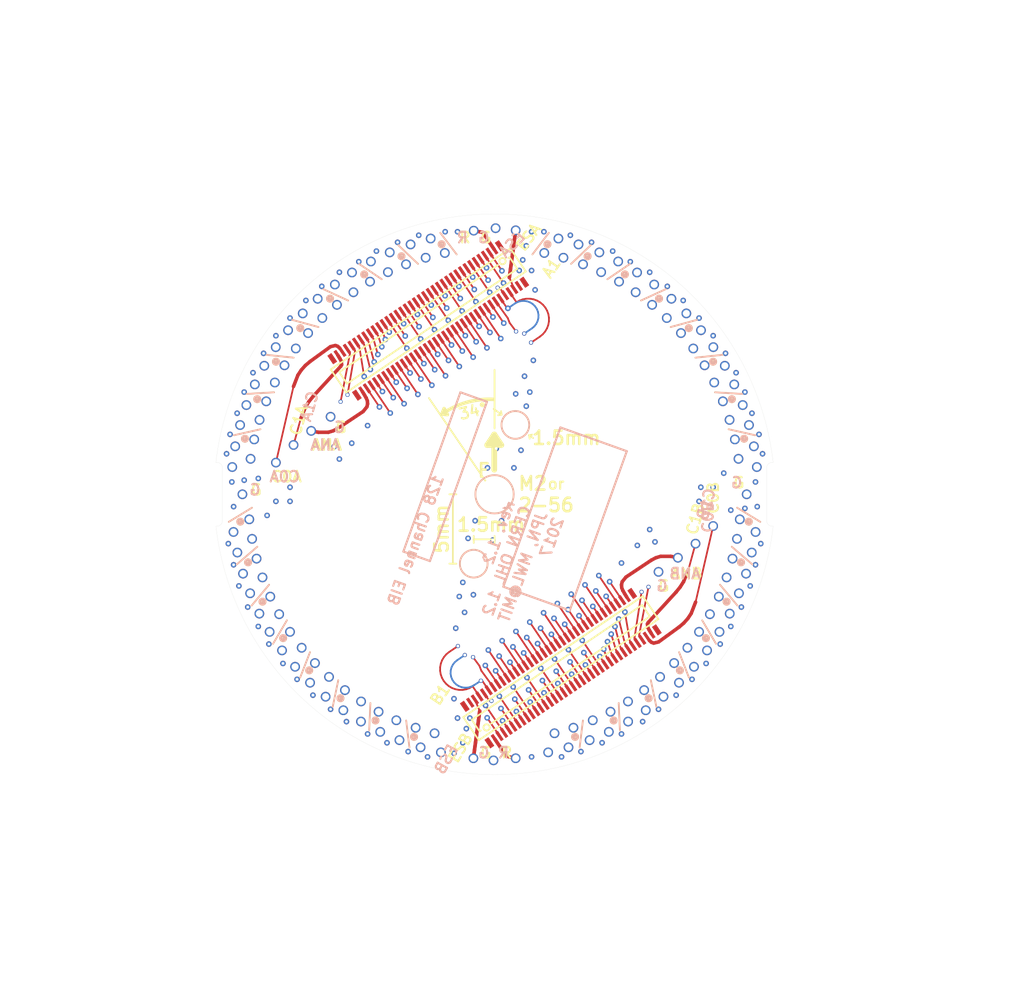
<source format=kicad_pcb>
(kicad_pcb (version 20171130) (host pcbnew 5.1.4-e60b266~84~ubuntu18.04.1)
  (layers (0 Top signal) (1 Route2 signal) (2 Route15 signal) (31 Bottom signal) (34 B.Paste user) (35 F.Paste user) (36 B.SilkS user) (37 F.SilkS user) (38 B.Mask user) (39 F.Mask user) (44 Edge.Cuts user))
  (net 0 "")
  (net 1 GND)
  (net 2 /REF_B)
  (net 3 /REF_A)
  (net 4 "Net-(B1-Pad69)")
  (net 5 "Net-(B1-Pad68)")
  (net 6 "Net-(B1-Pad67)")
  (net 7 "Net-(B1-Pad66)")
  (net 8 "Net-(B1-Pad65)")
  (net 9 "Net-(B1-Pad64)")
  (net 10 "Net-(B1-Pad63)")
  (net 11 "Net-(B1-Pad62)")
  (net 12 "Net-(B1-Pad61)")
  (net 13 "Net-(B1-Pad60)")
  (net 14 "Net-(B1-Pad59)")
  (net 15 "Net-(B1-Pad58)")
  (net 16 "Net-(B1-Pad57)")
  (net 17 "Net-(B1-Pad56)")
  (net 18 "Net-(B1-Pad55)")
  (net 19 "Net-(B1-Pad54)")
  (net 20 "Net-(B1-Pad53)")
  (net 21 "Net-(B1-Pad52)")
  (net 22 "Net-(B1-Pad51)")
  (net 23 "Net-(B1-Pad50)")
  (net 24 "Net-(B1-Pad49)")
  (net 25 "Net-(B1-Pad48)")
  (net 26 "Net-(B1-Pad47)")
  (net 27 "Net-(B1-Pad46)")
  (net 28 "Net-(B1-Pad45)")
  (net 29 "Net-(B1-Pad44)")
  (net 30 "Net-(B1-Pad43)")
  (net 31 "Net-(B1-Pad42)")
  (net 32 "Net-(B1-Pad41)")
  (net 33 "Net-(B1-Pad40)")
  (net 34 "Net-(B1-Pad39)")
  (net 35 "Net-(B1-Pad38)")
  (net 36 "Net-(B1-Pad37)")
  (net 37 "Net-(AN_B1-PadP$1)")
  (net 38 "Net-(B1-Pad35)")
  (net 39 "Net-(B1-Pad34)")
  (net 40 "Net-(B1-Pad33)")
  (net 41 "Net-(B1-Pad32)")
  (net 42 "Net-(B1-Pad31)")
  (net 43 "Net-(B1-Pad30)")
  (net 44 "Net-(B1-Pad29)")
  (net 45 "Net-(B1-Pad28)")
  (net 46 "Net-(B1-Pad27)")
  (net 47 "Net-(B1-Pad26)")
  (net 48 "Net-(B1-Pad25)")
  (net 49 "Net-(B1-Pad24)")
  (net 50 "Net-(B1-Pad23)")
  (net 51 "Net-(B1-Pad22)")
  (net 52 "Net-(B1-Pad21)")
  (net 53 "Net-(B1-Pad20)")
  (net 54 "Net-(B1-Pad19)")
  (net 55 "Net-(B1-Pad18)")
  (net 56 "Net-(B1-Pad17)")
  (net 57 "Net-(B1-Pad16)")
  (net 58 "Net-(B1-Pad15)")
  (net 59 "Net-(B1-Pad14)")
  (net 60 "Net-(B1-Pad13)")
  (net 61 "Net-(B1-Pad12)")
  (net 62 "Net-(B1-Pad11)")
  (net 63 "Net-(B1-Pad10)")
  (net 64 "Net-(B1-Pad9)")
  (net 65 "Net-(B1-Pad8)")
  (net 66 "Net-(B1-Pad7)")
  (net 67 "Net-(B1-Pad6)")
  (net 68 "Net-(B1-Pad5)")
  (net 69 "Net-(B1-Pad4)")
  (net 70 "Net-(B1-Pad3)")
  (net 71 "Net-(B1-Pad2)")
  (net 72 "Net-(A1-Pad69)")
  (net 73 "Net-(A1-Pad68)")
  (net 74 "Net-(A1-Pad67)")
  (net 75 "Net-(A1-Pad66)")
  (net 76 "Net-(A1-Pad65)")
  (net 77 "Net-(A1-Pad64)")
  (net 78 "Net-(A1-Pad63)")
  (net 79 "Net-(A1-Pad62)")
  (net 80 "Net-(A1-Pad61)")
  (net 81 "Net-(A1-Pad60)")
  (net 82 "Net-(A1-Pad59)")
  (net 83 "Net-(A1-Pad58)")
  (net 84 "Net-(A1-Pad57)")
  (net 85 "Net-(A1-Pad56)")
  (net 86 "Net-(A1-Pad55)")
  (net 87 "Net-(A1-Pad54)")
  (net 88 "Net-(A1-Pad53)")
  (net 89 "Net-(A1-Pad52)")
  (net 90 "Net-(A1-Pad51)")
  (net 91 "Net-(A1-Pad50)")
  (net 92 "Net-(A1-Pad49)")
  (net 93 "Net-(A1-Pad48)")
  (net 94 "Net-(A1-Pad47)")
  (net 95 "Net-(A1-Pad46)")
  (net 96 "Net-(A1-Pad45)")
  (net 97 "Net-(A1-Pad44)")
  (net 98 "Net-(A1-Pad43)")
  (net 99 "Net-(A1-Pad42)")
  (net 100 "Net-(A1-Pad41)")
  (net 101 "Net-(A1-Pad40)")
  (net 102 "Net-(A1-Pad39)")
  (net 103 "Net-(A1-Pad38)")
  (net 104 "Net-(A1-Pad37)")
  (net 105 "Net-(A1-Pad36)")
  (net 106 "Net-(A1-Pad35)")
  (net 107 "Net-(A1-Pad34)")
  (net 108 "Net-(A1-Pad33)")
  (net 109 "Net-(A1-Pad32)")
  (net 110 "Net-(A1-Pad31)")
  (net 111 "Net-(A1-Pad30)")
  (net 112 "Net-(A1-Pad29)")
  (net 113 "Net-(A1-Pad28)")
  (net 114 "Net-(A1-Pad27)")
  (net 115 "Net-(A1-Pad26)")
  (net 116 "Net-(A1-Pad25)")
  (net 117 "Net-(A1-Pad24)")
  (net 118 "Net-(A1-Pad23)")
  (net 119 "Net-(A1-Pad22)")
  (net 120 "Net-(A1-Pad21)")
  (net 121 "Net-(A1-Pad20)")
  (net 122 "Net-(A1-Pad19)")
  (net 123 "Net-(A1-Pad18)")
  (net 124 "Net-(A1-Pad17)")
  (net 125 "Net-(A1-Pad16)")
  (net 126 "Net-(A1-Pad15)")
  (net 127 "Net-(A1-Pad14)")
  (net 128 "Net-(A1-Pad13)")
  (net 129 "Net-(A1-Pad12)")
  (net 130 "Net-(A1-Pad11)")
  (net 131 "Net-(A1-Pad10)")
  (net 132 "Net-(A1-Pad9)")
  (net 133 "Net-(A1-Pad8)")
  (net 134 "Net-(A1-Pad7)")
  (net 135 "Net-(A1-Pad6)")
  (net 136 "Net-(A1-Pad5)")
  (net 137 "Net-(A1-Pad4)")
  (net 138 "Net-(A1-Pad3)")
  (net 139 "Net-(A1-Pad2)")
  (module "" (layer Top) (at 150.559118 92.156888)
    (fp_text reference @HOLE0 hide)
    (fp_text value "" (at 0 0) (layer F.SilkS) (effects (font (size 1.27 1.27))))
    (pad "" np_thru_hole circle (at 0 0) (size 1.27 1.27) (drill 1.27) (layers *.Cu *.Mask))
  )
  (module "" (layer Top) (at 161.347812 107.061618)
    (fp_text reference @HOLE1 hide)
    (fp_text value "" (at 0 0) (layer F.SilkS) (effects (font (size 1.27 1.27))))
    (pad "" np_thru_hole circle (at 0 0) (size 1.27 1.27) (drill 1.27) (layers *.Cu *.Mask))
  )
  (module "" (layer Top) (at 146.443082 117.850312)
    (fp_text reference @HOLE2 hide)
    (fp_text value "" (at 0 0) (layer F.SilkS) (effects (font (size 1.27 1.27))))
    (pad "" np_thru_hole circle (at 0 0) (size 1.27 1.27) (drill 1.27) (layers *.Cu *.Mask))
  )
  (module "" (layer Top) (at 135.654388 102.945582)
    (fp_text reference @HOLE3 hide)
    (fp_text value "" (at 0 0) (layer F.SilkS) (effects (font (size 1.27 1.27))))
    (pad "" np_thru_hole circle (at 0 0) (size 1.27 1.27) (drill 1.27) (layers *.Cu *.Mask))
  )
  (module eib-128:DF40-70HEAD (layer Top) (at 153.274784 117.531568 34)
    (fp_text reference B1 (at -8.89 -2.54 56) (layer F.SilkS) (effects (font (size 0.77216 0.77216) (thickness 0.14671)) (justify left bottom)))
    (fp_text value DF40HEAD)
    (pad M4 smd rect (at -7.275 -1.585 214) (size 0.35 0.75) (layers Top F.Paste F.Mask) (net 1 GND))
    (pad M1 smd rect (at -7.275 1.585 34) (size 0.35 0.75) (layers Top F.Paste F.Mask) (net 1 GND))
    (pad M2 smd rect (at 7.275 1.585 34) (size 0.35 0.75) (layers Top F.Paste F.Mask) (net 1 GND))
    (pad M3 smd rect (at 7.275 -1.585 214) (size 0.35 0.75) (layers Top F.Paste F.Mask) (net 1 GND))
    (pad 70 smd rect (at -6.8 -1.585 214) (size 0.23 0.75) (layers Top F.Paste F.Mask) (net 1 GND))
    (pad 69 smd rect (at -6.4 -1.585 214) (size 0.23 0.75) (layers Top F.Paste F.Mask) (net 4 "Net-(B1-Pad69)"))
    (pad 68 smd rect (at -6 -1.585 214) (size 0.23 0.75) (layers Top F.Paste F.Mask) (net 5 "Net-(B1-Pad68)"))
    (pad 67 smd rect (at -5.6 -1.585 214) (size 0.23 0.75) (layers Top F.Paste F.Mask) (net 6 "Net-(B1-Pad67)"))
    (pad 66 smd rect (at -5.2 -1.585 214) (size 0.23 0.75) (layers Top F.Paste F.Mask) (net 7 "Net-(B1-Pad66)"))
    (pad 65 smd rect (at -4.8 -1.585 214) (size 0.23 0.75) (layers Top F.Paste F.Mask) (net 8 "Net-(B1-Pad65)"))
    (pad 64 smd rect (at -4.4 -1.585 214) (size 0.23 0.75) (layers Top F.Paste F.Mask) (net 9 "Net-(B1-Pad64)"))
    (pad 63 smd rect (at -4 -1.585 214) (size 0.23 0.75) (layers Top F.Paste F.Mask) (net 10 "Net-(B1-Pad63)"))
    (pad 62 smd rect (at -3.6 -1.585 214) (size 0.23 0.75) (layers Top F.Paste F.Mask) (net 11 "Net-(B1-Pad62)"))
    (pad 61 smd rect (at -3.2 -1.585 214) (size 0.23 0.75) (layers Top F.Paste F.Mask) (net 12 "Net-(B1-Pad61)"))
    (pad 60 smd rect (at -2.8 -1.585 214) (size 0.23 0.75) (layers Top F.Paste F.Mask) (net 13 "Net-(B1-Pad60)"))
    (pad 59 smd rect (at -2.4 -1.585 214) (size 0.23 0.75) (layers Top F.Paste F.Mask) (net 14 "Net-(B1-Pad59)"))
    (pad 58 smd rect (at -2 -1.585 214) (size 0.23 0.75) (layers Top F.Paste F.Mask) (net 15 "Net-(B1-Pad58)"))
    (pad 57 smd rect (at -1.6 -1.585 214) (size 0.23 0.75) (layers Top F.Paste F.Mask) (net 16 "Net-(B1-Pad57)"))
    (pad 56 smd rect (at -1.2 -1.585 214) (size 0.23 0.75) (layers Top F.Paste F.Mask) (net 17 "Net-(B1-Pad56)"))
    (pad 55 smd rect (at -0.8 -1.585 214) (size 0.23 0.75) (layers Top F.Paste F.Mask) (net 18 "Net-(B1-Pad55)"))
    (pad 54 smd rect (at -0.4 -1.585 214) (size 0.23 0.75) (layers Top F.Paste F.Mask) (net 19 "Net-(B1-Pad54)"))
    (pad 53 smd rect (at 0 -1.585 214) (size 0.23 0.75) (layers Top F.Paste F.Mask) (net 20 "Net-(B1-Pad53)"))
    (pad 52 smd rect (at 0.4 -1.585 214) (size 0.23 0.75) (layers Top F.Paste F.Mask) (net 21 "Net-(B1-Pad52)"))
    (pad 51 smd rect (at 0.8 -1.585 214) (size 0.23 0.75) (layers Top F.Paste F.Mask) (net 22 "Net-(B1-Pad51)"))
    (pad 50 smd rect (at 1.2 -1.585 214) (size 0.23 0.75) (layers Top F.Paste F.Mask) (net 23 "Net-(B1-Pad50)"))
    (pad 49 smd rect (at 1.6 -1.585 214) (size 0.23 0.75) (layers Top F.Paste F.Mask) (net 24 "Net-(B1-Pad49)"))
    (pad 48 smd rect (at 2 -1.585 214) (size 0.23 0.75) (layers Top F.Paste F.Mask) (net 25 "Net-(B1-Pad48)"))
    (pad 47 smd rect (at 2.4 -1.585 214) (size 0.23 0.75) (layers Top F.Paste F.Mask) (net 26 "Net-(B1-Pad47)"))
    (pad 46 smd rect (at 2.8 -1.585 214) (size 0.23 0.75) (layers Top F.Paste F.Mask) (net 27 "Net-(B1-Pad46)"))
    (pad 45 smd rect (at 3.2 -1.585 214) (size 0.23 0.75) (layers Top F.Paste F.Mask) (net 28 "Net-(B1-Pad45)"))
    (pad 44 smd rect (at 3.6 -1.585 214) (size 0.23 0.75) (layers Top F.Paste F.Mask) (net 29 "Net-(B1-Pad44)"))
    (pad 43 smd rect (at 4 -1.585 214) (size 0.23 0.75) (layers Top F.Paste F.Mask) (net 30 "Net-(B1-Pad43)"))
    (pad 42 smd rect (at 4.4 -1.585 214) (size 0.23 0.75) (layers Top F.Paste F.Mask) (net 31 "Net-(B1-Pad42)"))
    (pad 41 smd rect (at 4.8 -1.585 214) (size 0.23 0.75) (layers Top F.Paste F.Mask) (net 32 "Net-(B1-Pad41)"))
    (pad 40 smd rect (at 5.2 -1.585 214) (size 0.23 0.75) (layers Top F.Paste F.Mask) (net 33 "Net-(B1-Pad40)"))
    (pad 39 smd rect (at 5.6 -1.585 214) (size 0.23 0.75) (layers Top F.Paste F.Mask) (net 34 "Net-(B1-Pad39)"))
    (pad 38 smd rect (at 6 -1.585 214) (size 0.23 0.75) (layers Top F.Paste F.Mask) (net 35 "Net-(B1-Pad38)"))
    (pad 37 smd rect (at 6.4 -1.585 214) (size 0.23 0.75) (layers Top F.Paste F.Mask) (net 36 "Net-(B1-Pad37)"))
    (pad 36 smd rect (at 6.8 -1.585 214) (size 0.23 0.75) (layers Top F.Paste F.Mask) (net 37 "Net-(AN_B1-PadP$1)"))
    (pad 35 smd rect (at 6.8 1.585 34) (size 0.23 0.75) (layers Top F.Paste F.Mask) (net 38 "Net-(B1-Pad35)"))
    (pad 34 smd rect (at 6.4 1.585 34) (size 0.23 0.75) (layers Top F.Paste F.Mask) (net 39 "Net-(B1-Pad34)"))
    (pad 33 smd rect (at 6 1.585 34) (size 0.23 0.75) (layers Top F.Paste F.Mask) (net 40 "Net-(B1-Pad33)"))
    (pad 32 smd rect (at 5.6 1.585 34) (size 0.23 0.75) (layers Top F.Paste F.Mask) (net 41 "Net-(B1-Pad32)"))
    (pad 31 smd rect (at 5.2 1.585 34) (size 0.23 0.75) (layers Top F.Paste F.Mask) (net 42 "Net-(B1-Pad31)"))
    (pad 30 smd rect (at 4.8 1.585 34) (size 0.23 0.75) (layers Top F.Paste F.Mask) (net 43 "Net-(B1-Pad30)"))
    (pad 29 smd rect (at 4.4 1.585 34) (size 0.23 0.75) (layers Top F.Paste F.Mask) (net 44 "Net-(B1-Pad29)"))
    (pad 28 smd rect (at 4 1.585 34) (size 0.23 0.75) (layers Top F.Paste F.Mask) (net 45 "Net-(B1-Pad28)"))
    (pad 27 smd rect (at 3.6 1.585 34) (size 0.23 0.75) (layers Top F.Paste F.Mask) (net 46 "Net-(B1-Pad27)"))
    (pad 26 smd rect (at 3.2 1.585 34) (size 0.23 0.75) (layers Top F.Paste F.Mask) (net 47 "Net-(B1-Pad26)"))
    (pad 25 smd rect (at 2.8 1.585 34) (size 0.23 0.75) (layers Top F.Paste F.Mask) (net 48 "Net-(B1-Pad25)"))
    (pad 24 smd rect (at 2.4 1.585 34) (size 0.23 0.75) (layers Top F.Paste F.Mask) (net 49 "Net-(B1-Pad24)"))
    (pad 23 smd rect (at 2 1.585 34) (size 0.23 0.75) (layers Top F.Paste F.Mask) (net 50 "Net-(B1-Pad23)"))
    (pad 22 smd rect (at 1.6 1.585 34) (size 0.23 0.75) (layers Top F.Paste F.Mask) (net 51 "Net-(B1-Pad22)"))
    (pad 21 smd rect (at 1.2 1.585 34) (size 0.23 0.75) (layers Top F.Paste F.Mask) (net 52 "Net-(B1-Pad21)"))
    (pad 20 smd rect (at 0.8 1.585 34) (size 0.23 0.75) (layers Top F.Paste F.Mask) (net 53 "Net-(B1-Pad20)"))
    (pad 19 smd rect (at 0.4 1.585 34) (size 0.23 0.75) (layers Top F.Paste F.Mask) (net 54 "Net-(B1-Pad19)"))
    (pad 18 smd rect (at 0 1.585 34) (size 0.23 0.75) (layers Top F.Paste F.Mask) (net 55 "Net-(B1-Pad18)"))
    (pad 17 smd rect (at -0.4 1.585 34) (size 0.23 0.75) (layers Top F.Paste F.Mask) (net 56 "Net-(B1-Pad17)"))
    (pad 16 smd rect (at -0.8 1.585 34) (size 0.23 0.75) (layers Top F.Paste F.Mask) (net 57 "Net-(B1-Pad16)"))
    (pad 15 smd rect (at -1.2 1.585 34) (size 0.23 0.75) (layers Top F.Paste F.Mask) (net 58 "Net-(B1-Pad15)"))
    (pad 14 smd rect (at -1.6 1.585 34) (size 0.23 0.75) (layers Top F.Paste F.Mask) (net 59 "Net-(B1-Pad14)"))
    (pad 13 smd rect (at -2 1.585 34) (size 0.23 0.75) (layers Top F.Paste F.Mask) (net 60 "Net-(B1-Pad13)"))
    (pad 12 smd rect (at -2.4 1.585 34) (size 0.23 0.75) (layers Top F.Paste F.Mask) (net 61 "Net-(B1-Pad12)"))
    (pad 11 smd rect (at -2.8 1.585 34) (size 0.23 0.75) (layers Top F.Paste F.Mask) (net 62 "Net-(B1-Pad11)"))
    (pad 10 smd rect (at -3.2 1.585 34) (size 0.23 0.75) (layers Top F.Paste F.Mask) (net 63 "Net-(B1-Pad10)"))
    (pad 9 smd rect (at -3.6 1.585 34) (size 0.23 0.75) (layers Top F.Paste F.Mask) (net 64 "Net-(B1-Pad9)"))
    (pad 8 smd rect (at -4 1.585 34) (size 0.23 0.75) (layers Top F.Paste F.Mask) (net 65 "Net-(B1-Pad8)"))
    (pad 7 smd rect (at -4.4 1.585 34) (size 0.23 0.75) (layers Top F.Paste F.Mask) (net 66 "Net-(B1-Pad7)"))
    (pad 6 smd rect (at -4.8 1.585 34) (size 0.23 0.75) (layers Top F.Paste F.Mask) (net 67 "Net-(B1-Pad6)"))
    (pad 5 smd rect (at -5.2 1.585 34) (size 0.23 0.75) (layers Top F.Paste F.Mask) (net 68 "Net-(B1-Pad5)"))
    (pad 4 smd rect (at -5.6 1.585 34) (size 0.23 0.75) (layers Top F.Paste F.Mask) (net 69 "Net-(B1-Pad4)"))
    (pad 3 smd rect (at -6 1.585 34) (size 0.23 0.75) (layers Top F.Paste F.Mask) (net 70 "Net-(B1-Pad3)"))
    (pad 2 smd rect (at -6.4 1.585 34) (size 0.23 0.75) (layers Top F.Paste F.Mask) (net 71 "Net-(B1-Pad2)"))
    (pad 1 smd rect (at -6.8 1.585 34) (size 0.23 0.75) (layers Top F.Paste F.Mask) (net 2 /REF_B))
  )
  (module eib-128:DF40-70HEAD (layer Top) (at 143.727416 92.475632 214)
    (fp_text reference A1 (at -8.89 -2.54 -124) (layer F.SilkS) (effects (font (size 0.77216 0.77216) (thickness 0.14671)) (justify left bottom)))
    (fp_text value DF40HEAD)
    (pad M4 smd rect (at -7.275 -1.585 34) (size 0.35 0.75) (layers Top F.Paste F.Mask) (net 1 GND))
    (pad M1 smd rect (at -7.275 1.585 214) (size 0.35 0.75) (layers Top F.Paste F.Mask) (net 1 GND))
    (pad M2 smd rect (at 7.275 1.585 214) (size 0.35 0.75) (layers Top F.Paste F.Mask) (net 1 GND))
    (pad M3 smd rect (at 7.275 -1.585 34) (size 0.35 0.75) (layers Top F.Paste F.Mask) (net 1 GND))
    (pad 70 smd rect (at -6.8 -1.585 34) (size 0.23 0.75) (layers Top F.Paste F.Mask) (net 1 GND))
    (pad 69 smd rect (at -6.4 -1.585 34) (size 0.23 0.75) (layers Top F.Paste F.Mask) (net 72 "Net-(A1-Pad69)"))
    (pad 68 smd rect (at -6 -1.585 34) (size 0.23 0.75) (layers Top F.Paste F.Mask) (net 73 "Net-(A1-Pad68)"))
    (pad 67 smd rect (at -5.6 -1.585 34) (size 0.23 0.75) (layers Top F.Paste F.Mask) (net 74 "Net-(A1-Pad67)"))
    (pad 66 smd rect (at -5.2 -1.585 34) (size 0.23 0.75) (layers Top F.Paste F.Mask) (net 75 "Net-(A1-Pad66)"))
    (pad 65 smd rect (at -4.8 -1.585 34) (size 0.23 0.75) (layers Top F.Paste F.Mask) (net 76 "Net-(A1-Pad65)"))
    (pad 64 smd rect (at -4.4 -1.585 34) (size 0.23 0.75) (layers Top F.Paste F.Mask) (net 77 "Net-(A1-Pad64)"))
    (pad 63 smd rect (at -4 -1.585 34) (size 0.23 0.75) (layers Top F.Paste F.Mask) (net 78 "Net-(A1-Pad63)"))
    (pad 62 smd rect (at -3.6 -1.585 34) (size 0.23 0.75) (layers Top F.Paste F.Mask) (net 79 "Net-(A1-Pad62)"))
    (pad 61 smd rect (at -3.2 -1.585 34) (size 0.23 0.75) (layers Top F.Paste F.Mask) (net 80 "Net-(A1-Pad61)"))
    (pad 60 smd rect (at -2.8 -1.585 34) (size 0.23 0.75) (layers Top F.Paste F.Mask) (net 81 "Net-(A1-Pad60)"))
    (pad 59 smd rect (at -2.4 -1.585 34) (size 0.23 0.75) (layers Top F.Paste F.Mask) (net 82 "Net-(A1-Pad59)"))
    (pad 58 smd rect (at -2 -1.585 34) (size 0.23 0.75) (layers Top F.Paste F.Mask) (net 83 "Net-(A1-Pad58)"))
    (pad 57 smd rect (at -1.6 -1.585 34) (size 0.23 0.75) (layers Top F.Paste F.Mask) (net 84 "Net-(A1-Pad57)"))
    (pad 56 smd rect (at -1.2 -1.585 34) (size 0.23 0.75) (layers Top F.Paste F.Mask) (net 85 "Net-(A1-Pad56)"))
    (pad 55 smd rect (at -0.8 -1.585 34) (size 0.23 0.75) (layers Top F.Paste F.Mask) (net 86 "Net-(A1-Pad55)"))
    (pad 54 smd rect (at -0.4 -1.585 34) (size 0.23 0.75) (layers Top F.Paste F.Mask) (net 87 "Net-(A1-Pad54)"))
    (pad 53 smd rect (at 0 -1.585 34) (size 0.23 0.75) (layers Top F.Paste F.Mask) (net 88 "Net-(A1-Pad53)"))
    (pad 52 smd rect (at 0.4 -1.585 34) (size 0.23 0.75) (layers Top F.Paste F.Mask) (net 89 "Net-(A1-Pad52)"))
    (pad 51 smd rect (at 0.8 -1.585 34) (size 0.23 0.75) (layers Top F.Paste F.Mask) (net 90 "Net-(A1-Pad51)"))
    (pad 50 smd rect (at 1.2 -1.585 34) (size 0.23 0.75) (layers Top F.Paste F.Mask) (net 91 "Net-(A1-Pad50)"))
    (pad 49 smd rect (at 1.6 -1.585 34) (size 0.23 0.75) (layers Top F.Paste F.Mask) (net 92 "Net-(A1-Pad49)"))
    (pad 48 smd rect (at 2 -1.585 34) (size 0.23 0.75) (layers Top F.Paste F.Mask) (net 93 "Net-(A1-Pad48)"))
    (pad 47 smd rect (at 2.4 -1.585 34) (size 0.23 0.75) (layers Top F.Paste F.Mask) (net 94 "Net-(A1-Pad47)"))
    (pad 46 smd rect (at 2.8 -1.585 34) (size 0.23 0.75) (layers Top F.Paste F.Mask) (net 95 "Net-(A1-Pad46)"))
    (pad 45 smd rect (at 3.2 -1.585 34) (size 0.23 0.75) (layers Top F.Paste F.Mask) (net 96 "Net-(A1-Pad45)"))
    (pad 44 smd rect (at 3.6 -1.585 34) (size 0.23 0.75) (layers Top F.Paste F.Mask) (net 97 "Net-(A1-Pad44)"))
    (pad 43 smd rect (at 4 -1.585 34) (size 0.23 0.75) (layers Top F.Paste F.Mask) (net 98 "Net-(A1-Pad43)"))
    (pad 42 smd rect (at 4.4 -1.585 34) (size 0.23 0.75) (layers Top F.Paste F.Mask) (net 99 "Net-(A1-Pad42)"))
    (pad 41 smd rect (at 4.8 -1.585 34) (size 0.23 0.75) (layers Top F.Paste F.Mask) (net 100 "Net-(A1-Pad41)"))
    (pad 40 smd rect (at 5.2 -1.585 34) (size 0.23 0.75) (layers Top F.Paste F.Mask) (net 101 "Net-(A1-Pad40)"))
    (pad 39 smd rect (at 5.6 -1.585 34) (size 0.23 0.75) (layers Top F.Paste F.Mask) (net 102 "Net-(A1-Pad39)"))
    (pad 38 smd rect (at 6 -1.585 34) (size 0.23 0.75) (layers Top F.Paste F.Mask) (net 103 "Net-(A1-Pad38)"))
    (pad 37 smd rect (at 6.4 -1.585 34) (size 0.23 0.75) (layers Top F.Paste F.Mask) (net 104 "Net-(A1-Pad37)"))
    (pad 36 smd rect (at 6.8 -1.585 34) (size 0.23 0.75) (layers Top F.Paste F.Mask) (net 105 "Net-(A1-Pad36)"))
    (pad 35 smd rect (at 6.8 1.585 214) (size 0.23 0.75) (layers Top F.Paste F.Mask) (net 106 "Net-(A1-Pad35)"))
    (pad 34 smd rect (at 6.4 1.585 214) (size 0.23 0.75) (layers Top F.Paste F.Mask) (net 107 "Net-(A1-Pad34)"))
    (pad 33 smd rect (at 6 1.585 214) (size 0.23 0.75) (layers Top F.Paste F.Mask) (net 108 "Net-(A1-Pad33)"))
    (pad 32 smd rect (at 5.6 1.585 214) (size 0.23 0.75) (layers Top F.Paste F.Mask) (net 109 "Net-(A1-Pad32)"))
    (pad 31 smd rect (at 5.2 1.585 214) (size 0.23 0.75) (layers Top F.Paste F.Mask) (net 110 "Net-(A1-Pad31)"))
    (pad 30 smd rect (at 4.8 1.585 214) (size 0.23 0.75) (layers Top F.Paste F.Mask) (net 111 "Net-(A1-Pad30)"))
    (pad 29 smd rect (at 4.4 1.585 214) (size 0.23 0.75) (layers Top F.Paste F.Mask) (net 112 "Net-(A1-Pad29)"))
    (pad 28 smd rect (at 4 1.585 214) (size 0.23 0.75) (layers Top F.Paste F.Mask) (net 113 "Net-(A1-Pad28)"))
    (pad 27 smd rect (at 3.6 1.585 214) (size 0.23 0.75) (layers Top F.Paste F.Mask) (net 114 "Net-(A1-Pad27)"))
    (pad 26 smd rect (at 3.2 1.585 214) (size 0.23 0.75) (layers Top F.Paste F.Mask) (net 115 "Net-(A1-Pad26)"))
    (pad 25 smd rect (at 2.8 1.585 214) (size 0.23 0.75) (layers Top F.Paste F.Mask) (net 116 "Net-(A1-Pad25)"))
    (pad 24 smd rect (at 2.4 1.585 214) (size 0.23 0.75) (layers Top F.Paste F.Mask) (net 117 "Net-(A1-Pad24)"))
    (pad 23 smd rect (at 2 1.585 214) (size 0.23 0.75) (layers Top F.Paste F.Mask) (net 118 "Net-(A1-Pad23)"))
    (pad 22 smd rect (at 1.6 1.585 214) (size 0.23 0.75) (layers Top F.Paste F.Mask) (net 119 "Net-(A1-Pad22)"))
    (pad 21 smd rect (at 1.2 1.585 214) (size 0.23 0.75) (layers Top F.Paste F.Mask) (net 120 "Net-(A1-Pad21)"))
    (pad 20 smd rect (at 0.8 1.585 214) (size 0.23 0.75) (layers Top F.Paste F.Mask) (net 121 "Net-(A1-Pad20)"))
    (pad 19 smd rect (at 0.4 1.585 214) (size 0.23 0.75) (layers Top F.Paste F.Mask) (net 122 "Net-(A1-Pad19)"))
    (pad 18 smd rect (at 0 1.585 214) (size 0.23 0.75) (layers Top F.Paste F.Mask) (net 123 "Net-(A1-Pad18)"))
    (pad 17 smd rect (at -0.4 1.585 214) (size 0.23 0.75) (layers Top F.Paste F.Mask) (net 124 "Net-(A1-Pad17)"))
    (pad 16 smd rect (at -0.8 1.585 214) (size 0.23 0.75) (layers Top F.Paste F.Mask) (net 125 "Net-(A1-Pad16)"))
    (pad 15 smd rect (at -1.2 1.585 214) (size 0.23 0.75) (layers Top F.Paste F.Mask) (net 126 "Net-(A1-Pad15)"))
    (pad 14 smd rect (at -1.6 1.585 214) (size 0.23 0.75) (layers Top F.Paste F.Mask) (net 127 "Net-(A1-Pad14)"))
    (pad 13 smd rect (at -2 1.585 214) (size 0.23 0.75) (layers Top F.Paste F.Mask) (net 128 "Net-(A1-Pad13)"))
    (pad 12 smd rect (at -2.4 1.585 214) (size 0.23 0.75) (layers Top F.Paste F.Mask) (net 129 "Net-(A1-Pad12)"))
    (pad 11 smd rect (at -2.8 1.585 214) (size 0.23 0.75) (layers Top F.Paste F.Mask) (net 130 "Net-(A1-Pad11)"))
    (pad 10 smd rect (at -3.2 1.585 214) (size 0.23 0.75) (layers Top F.Paste F.Mask) (net 131 "Net-(A1-Pad10)"))
    (pad 9 smd rect (at -3.6 1.585 214) (size 0.23 0.75) (layers Top F.Paste F.Mask) (net 132 "Net-(A1-Pad9)"))
    (pad 8 smd rect (at -4 1.585 214) (size 0.23 0.75) (layers Top F.Paste F.Mask) (net 133 "Net-(A1-Pad8)"))
    (pad 7 smd rect (at -4.4 1.585 214) (size 0.23 0.75) (layers Top F.Paste F.Mask) (net 134 "Net-(A1-Pad7)"))
    (pad 6 smd rect (at -4.8 1.585 214) (size 0.23 0.75) (layers Top F.Paste F.Mask) (net 135 "Net-(A1-Pad6)"))
    (pad 5 smd rect (at -5.2 1.585 214) (size 0.23 0.75) (layers Top F.Paste F.Mask) (net 136 "Net-(A1-Pad5)"))
    (pad 4 smd rect (at -5.6 1.585 214) (size 0.23 0.75) (layers Top F.Paste F.Mask) (net 137 "Net-(A1-Pad4)"))
    (pad 3 smd rect (at -6 1.585 214) (size 0.23 0.75) (layers Top F.Paste F.Mask) (net 138 "Net-(A1-Pad3)"))
    (pad 2 smd rect (at -6.4 1.585 214) (size 0.23 0.75) (layers Top F.Paste F.Mask) (net 139 "Net-(A1-Pad2)"))
    (pad 1 smd rect (at -6.8 1.585 214) (size 0.23 0.75) (layers Top F.Paste F.Mask) (net 3 /REF_A))
  )
  (module eib-128:TETRODE_128_0.5ID_0.7OD (layer Bottom) (at 148.5011 105.0036 189.3)
    (fp_text reference TET0 hide)
    (fp_text value 0)
    (pad 0 thru_hole circle (at 0.724 17.743 189.3) (size 0.7032 0.7032) (drill 0.5) (layers *.Cu *.Mask) (net 139 "Net-(A1-Pad2)"))
    (pad 2 thru_hole circle (at 2.14 17.628 189.3) (size 0.7032 0.7032) (drill 0.5) (layers *.Cu *.Mask) (net 137 "Net-(A1-Pad4)"))
    (pad 1 thru_hole circle (at 1.562 18.934 189.3) (size 0.7032 0.7032) (drill 0.5) (layers *.Cu *.Mask) (net 138 "Net-(A1-Pad3)"))
    (pad 3 thru_hole circle (at 3.058 18.748 189.3) (size 0.7032 0.7032) (drill 0.5) (layers *.Cu *.Mask) (net 136 "Net-(A1-Pad5)"))
  )
  (module eib-128:TETRODE_128_0.5ID_0.7OD (layer Bottom) (at 148.5011 105.0036 198.7)
    (fp_text reference TET1 hide)
    (fp_text value 1)
    (pad 0 thru_hole circle (at 0.724 17.743 198.7) (size 0.7032 0.7032) (drill 0.5) (layers *.Cu *.Mask) (net 135 "Net-(A1-Pad6)"))
    (pad 2 thru_hole circle (at 2.14 17.628 198.7) (size 0.7032 0.7032) (drill 0.5) (layers *.Cu *.Mask) (net 133 "Net-(A1-Pad8)"))
    (pad 1 thru_hole circle (at 1.562 18.934 198.7) (size 0.7032 0.7032) (drill 0.5) (layers *.Cu *.Mask) (net 134 "Net-(A1-Pad7)"))
    (pad 3 thru_hole circle (at 3.058 18.748 198.7) (size 0.7032 0.7032) (drill 0.5) (layers *.Cu *.Mask) (net 132 "Net-(A1-Pad9)"))
  )
  (module eib-128:TETRODE_128_0.5ID_0.7OD (layer Bottom) (at 148.5011 105.0036 208)
    (fp_text reference TET2 hide)
    (fp_text value 2)
    (pad 0 thru_hole circle (at 0.724 17.743 208) (size 0.7032 0.7032) (drill 0.5) (layers *.Cu *.Mask) (net 131 "Net-(A1-Pad10)"))
    (pad 2 thru_hole circle (at 2.14 17.628 208) (size 0.7032 0.7032) (drill 0.5) (layers *.Cu *.Mask) (net 129 "Net-(A1-Pad12)"))
    (pad 1 thru_hole circle (at 1.562 18.934 208) (size 0.7032 0.7032) (drill 0.5) (layers *.Cu *.Mask) (net 130 "Net-(A1-Pad11)"))
    (pad 3 thru_hole circle (at 3.058 18.748 208) (size 0.7032 0.7032) (drill 0.5) (layers *.Cu *.Mask) (net 128 "Net-(A1-Pad13)"))
  )
  (module eib-128:TETRODE_128_0.5ID_0.7OD (layer Bottom) (at 148.5011 105.0036 217.4)
    (fp_text reference TET3 hide)
    (fp_text value 3)
    (pad 0 thru_hole circle (at 0.724 17.743 217.4) (size 0.7032 0.7032) (drill 0.5) (layers *.Cu *.Mask) (net 127 "Net-(A1-Pad14)"))
    (pad 2 thru_hole circle (at 2.14 17.628 217.4) (size 0.7032 0.7032) (drill 0.5) (layers *.Cu *.Mask) (net 125 "Net-(A1-Pad16)"))
    (pad 1 thru_hole circle (at 1.562 18.934 217.4) (size 0.7032 0.7032) (drill 0.5) (layers *.Cu *.Mask) (net 126 "Net-(A1-Pad15)"))
    (pad 3 thru_hole circle (at 3.058 18.748 217.4) (size 0.7032 0.7032) (drill 0.5) (layers *.Cu *.Mask) (net 124 "Net-(A1-Pad17)"))
  )
  (module eib-128:TETRODE_128_0.5ID_0.7OD (layer Bottom) (at 148.5011 105.0036 226.8)
    (fp_text reference TET4 hide)
    (fp_text value 4)
    (pad 0 thru_hole circle (at 0.724 17.743 226.8) (size 0.7032 0.7032) (drill 0.5) (layers *.Cu *.Mask) (net 123 "Net-(A1-Pad18)"))
    (pad 2 thru_hole circle (at 2.14 17.628 226.8) (size 0.7032 0.7032) (drill 0.5) (layers *.Cu *.Mask) (net 121 "Net-(A1-Pad20)"))
    (pad 1 thru_hole circle (at 1.562 18.934 226.8) (size 0.7032 0.7032) (drill 0.5) (layers *.Cu *.Mask) (net 122 "Net-(A1-Pad19)"))
    (pad 3 thru_hole circle (at 3.058 18.748 226.8) (size 0.7032 0.7032) (drill 0.5) (layers *.Cu *.Mask) (net 120 "Net-(A1-Pad21)"))
  )
  (module eib-128:TETRODE_128_0.5ID_0.7OD (layer Bottom) (at 148.5011 105.0036 236.1)
    (fp_text reference TET5 hide)
    (fp_text value 5)
    (pad 0 thru_hole circle (at 0.724 17.743 236.1) (size 0.7032 0.7032) (drill 0.5) (layers *.Cu *.Mask) (net 119 "Net-(A1-Pad22)"))
    (pad 2 thru_hole circle (at 2.14 17.628 236.1) (size 0.7032 0.7032) (drill 0.5) (layers *.Cu *.Mask) (net 117 "Net-(A1-Pad24)"))
    (pad 1 thru_hole circle (at 1.562 18.934 236.1) (size 0.7032 0.7032) (drill 0.5) (layers *.Cu *.Mask) (net 118 "Net-(A1-Pad23)"))
    (pad 3 thru_hole circle (at 3.058 18.748 236.1) (size 0.7032 0.7032) (drill 0.5) (layers *.Cu *.Mask) (net 116 "Net-(A1-Pad25)"))
  )
  (module eib-128:TETRODE_128_0.5ID_0.7OD (layer Bottom) (at 148.5011 105.0036 245.5)
    (fp_text reference TET6 hide)
    (fp_text value 6)
    (pad 0 thru_hole circle (at 0.724 17.743 245.5) (size 0.7032 0.7032) (drill 0.5) (layers *.Cu *.Mask) (net 115 "Net-(A1-Pad26)"))
    (pad 2 thru_hole circle (at 2.14 17.628 245.5) (size 0.7032 0.7032) (drill 0.5) (layers *.Cu *.Mask) (net 113 "Net-(A1-Pad28)"))
    (pad 1 thru_hole circle (at 1.562 18.934 245.5) (size 0.7032 0.7032) (drill 0.5) (layers *.Cu *.Mask) (net 114 "Net-(A1-Pad27)"))
    (pad 3 thru_hole circle (at 3.058 18.748 245.5) (size 0.7032 0.7032) (drill 0.5) (layers *.Cu *.Mask) (net 112 "Net-(A1-Pad29)"))
  )
  (module eib-128:TETRODE_128_0.5ID_0.7OD (layer Bottom) (at 148.5011 105.0036 254.8)
    (fp_text reference TET7 hide)
    (fp_text value 7)
    (pad 0 thru_hole circle (at 0.724 17.743 254.8) (size 0.7032 0.7032) (drill 0.5) (layers *.Cu *.Mask) (net 111 "Net-(A1-Pad30)"))
    (pad 2 thru_hole circle (at 2.14 17.628 254.8) (size 0.7032 0.7032) (drill 0.5) (layers *.Cu *.Mask) (net 109 "Net-(A1-Pad32)"))
    (pad 1 thru_hole circle (at 1.562 18.934 254.8) (size 0.7032 0.7032) (drill 0.5) (layers *.Cu *.Mask) (net 110 "Net-(A1-Pad31)"))
    (pad 3 thru_hole circle (at 3.058 18.748 254.8) (size 0.7032 0.7032) (drill 0.5) (layers *.Cu *.Mask) (net 108 "Net-(A1-Pad33)"))
  )
  (module eib-128:TETRODE_128_0.5ID_0.7OD (layer Bottom) (at 148.5011 105.0036 273.5)
    (fp_text reference TET8 hide)
    (fp_text value 8)
    (pad 0 thru_hole circle (at 0.724 17.743 273.5) (size 0.7032 0.7032) (drill 0.5) (layers *.Cu *.Mask) (net 104 "Net-(A1-Pad37)"))
    (pad 2 thru_hole circle (at 2.14 17.628 273.5) (size 0.7032 0.7032) (drill 0.5) (layers *.Cu *.Mask) (net 102 "Net-(A1-Pad39)"))
    (pad 1 thru_hole circle (at 1.562 18.934 273.5) (size 0.7032 0.7032) (drill 0.5) (layers *.Cu *.Mask) (net 103 "Net-(A1-Pad38)"))
    (pad 3 thru_hole circle (at 3.058 18.748 273.5) (size 0.7032 0.7032) (drill 0.5) (layers *.Cu *.Mask) (net 101 "Net-(A1-Pad40)"))
  )
  (module eib-128:TETRODE_128_0.5ID_0.7OD (layer Bottom) (at 148.5011 105.0036 282.8)
    (fp_text reference TET9 hide)
    (fp_text value 9)
    (pad 0 thru_hole circle (at 0.724 17.743 282.8) (size 0.7032 0.7032) (drill 0.5) (layers *.Cu *.Mask) (net 100 "Net-(A1-Pad41)"))
    (pad 2 thru_hole circle (at 2.14 17.628 282.8) (size 0.7032 0.7032) (drill 0.5) (layers *.Cu *.Mask) (net 98 "Net-(A1-Pad43)"))
    (pad 1 thru_hole circle (at 1.562 18.934 282.8) (size 0.7032 0.7032) (drill 0.5) (layers *.Cu *.Mask) (net 99 "Net-(A1-Pad42)"))
    (pad 3 thru_hole circle (at 3.058 18.748 282.8) (size 0.7032 0.7032) (drill 0.5) (layers *.Cu *.Mask) (net 97 "Net-(A1-Pad44)"))
  )
  (module eib-128:TETRODE_128_0.5ID_0.7OD (layer Bottom) (at 148.5011 105.0036 292.2)
    (fp_text reference TET10 hide)
    (fp_text value 10)
    (pad 0 thru_hole circle (at 0.724 17.743 292.2) (size 0.7032 0.7032) (drill 0.5) (layers *.Cu *.Mask) (net 96 "Net-(A1-Pad45)"))
    (pad 2 thru_hole circle (at 2.14 17.628 292.2) (size 0.7032 0.7032) (drill 0.5) (layers *.Cu *.Mask) (net 94 "Net-(A1-Pad47)"))
    (pad 1 thru_hole circle (at 1.562 18.934 292.2) (size 0.7032 0.7032) (drill 0.5) (layers *.Cu *.Mask) (net 95 "Net-(A1-Pad46)"))
    (pad 3 thru_hole circle (at 3.058 18.748 292.2) (size 0.7032 0.7032) (drill 0.5) (layers *.Cu *.Mask) (net 93 "Net-(A1-Pad48)"))
  )
  (module eib-128:TETRODE_128_0.5ID_0.7OD (layer Bottom) (at 148.5011 105.0036 301.6)
    (fp_text reference TET11 hide)
    (fp_text value 11)
    (pad 0 thru_hole circle (at 0.724 17.743 301.6) (size 0.7032 0.7032) (drill 0.5) (layers *.Cu *.Mask) (net 92 "Net-(A1-Pad49)"))
    (pad 2 thru_hole circle (at 2.14 17.628 301.6) (size 0.7032 0.7032) (drill 0.5) (layers *.Cu *.Mask) (net 90 "Net-(A1-Pad51)"))
    (pad 1 thru_hole circle (at 1.562 18.934 301.6) (size 0.7032 0.7032) (drill 0.5) (layers *.Cu *.Mask) (net 91 "Net-(A1-Pad50)"))
    (pad 3 thru_hole circle (at 3.058 18.748 301.6) (size 0.7032 0.7032) (drill 0.5) (layers *.Cu *.Mask) (net 89 "Net-(A1-Pad52)"))
  )
  (module eib-128:TETRODE_128_0.5ID_0.7OD (layer Bottom) (at 148.5011 105.0036 310.9)
    (fp_text reference TET12 hide)
    (fp_text value 12)
    (pad 0 thru_hole circle (at 0.724 17.743 310.9) (size 0.7032 0.7032) (drill 0.5) (layers *.Cu *.Mask) (net 88 "Net-(A1-Pad53)"))
    (pad 2 thru_hole circle (at 2.14 17.628 310.9) (size 0.7032 0.7032) (drill 0.5) (layers *.Cu *.Mask) (net 86 "Net-(A1-Pad55)"))
    (pad 1 thru_hole circle (at 1.562 18.934 310.9) (size 0.7032 0.7032) (drill 0.5) (layers *.Cu *.Mask) (net 87 "Net-(A1-Pad54)"))
    (pad 3 thru_hole circle (at 3.058 18.748 310.9) (size 0.7032 0.7032) (drill 0.5) (layers *.Cu *.Mask) (net 85 "Net-(A1-Pad56)"))
  )
  (module eib-128:TETRODE_128_0.5ID_0.7OD (layer Bottom) (at 148.5011 105.0036 320.3)
    (fp_text reference TET13 hide)
    (fp_text value 13)
    (pad 0 thru_hole circle (at 0.724 17.743 320.3) (size 0.7032 0.7032) (drill 0.5) (layers *.Cu *.Mask) (net 84 "Net-(A1-Pad57)"))
    (pad 2 thru_hole circle (at 2.14 17.628 320.3) (size 0.7032 0.7032) (drill 0.5) (layers *.Cu *.Mask) (net 82 "Net-(A1-Pad59)"))
    (pad 1 thru_hole circle (at 1.562 18.934 320.3) (size 0.7032 0.7032) (drill 0.5) (layers *.Cu *.Mask) (net 83 "Net-(A1-Pad58)"))
    (pad 3 thru_hole circle (at 3.058 18.748 320.3) (size 0.7032 0.7032) (drill 0.5) (layers *.Cu *.Mask) (net 81 "Net-(A1-Pad60)"))
  )
  (module eib-128:TETRODE_128_0.5ID_0.7OD (layer Bottom) (at 148.5011 105.0036 329.6)
    (fp_text reference TET14 hide)
    (fp_text value 14)
    (pad 0 thru_hole circle (at 0.724 17.743 329.6) (size 0.7032 0.7032) (drill 0.5) (layers *.Cu *.Mask) (net 80 "Net-(A1-Pad61)"))
    (pad 2 thru_hole circle (at 2.14 17.628 329.6) (size 0.7032 0.7032) (drill 0.5) (layers *.Cu *.Mask) (net 78 "Net-(A1-Pad63)"))
    (pad 1 thru_hole circle (at 1.562 18.934 329.6) (size 0.7032 0.7032) (drill 0.5) (layers *.Cu *.Mask) (net 79 "Net-(A1-Pad62)"))
    (pad 3 thru_hole circle (at 3.058 18.748 329.6) (size 0.7032 0.7032) (drill 0.5) (layers *.Cu *.Mask) (net 77 "Net-(A1-Pad64)"))
  )
  (module eib-128:TETRODE_128_0.5ID_0.7OD (layer Bottom) (at 148.5011 105.0036 339)
    (fp_text reference TET15 hide)
    (fp_text value 15)
    (pad 0 thru_hole circle (at 0.724 17.743 339) (size 0.7032 0.7032) (drill 0.5) (layers *.Cu *.Mask) (net 76 "Net-(A1-Pad65)"))
    (pad 2 thru_hole circle (at 2.14 17.628 339) (size 0.7032 0.7032) (drill 0.5) (layers *.Cu *.Mask) (net 74 "Net-(A1-Pad67)"))
    (pad 1 thru_hole circle (at 1.562 18.934 339) (size 0.7032 0.7032) (drill 0.5) (layers *.Cu *.Mask) (net 75 "Net-(A1-Pad66)"))
    (pad 3 thru_hole circle (at 3.058 18.748 339) (size 0.7032 0.7032) (drill 0.5) (layers *.Cu *.Mask) (net 73 "Net-(A1-Pad68)"))
  )
  (module eib-128:TETRODE_128_0.5ID_0.7OD (layer Top) (at 148.5011 105.0036 201)
    (fp_text reference TET16 hide)
    (fp_text value 16)
    (pad 0 thru_hole circle (at 0.724 -17.743 201) (size 0.7032 0.7032) (drill 0.5) (layers *.Cu *.Mask) (net 68 "Net-(B1-Pad5)"))
    (pad 2 thru_hole circle (at 2.14 -17.628 201) (size 0.7032 0.7032) (drill 0.5) (layers *.Cu *.Mask) (net 70 "Net-(B1-Pad3)"))
    (pad 1 thru_hole circle (at 1.562 -18.934 201) (size 0.7032 0.7032) (drill 0.5) (layers *.Cu *.Mask) (net 69 "Net-(B1-Pad4)"))
    (pad 3 thru_hole circle (at 3.058 -18.748 201) (size 0.7032 0.7032) (drill 0.5) (layers *.Cu *.Mask) (net 71 "Net-(B1-Pad2)"))
  )
  (module eib-128:TETRODE_128_0.5ID_0.7OD (layer Top) (at 148.5011 105.0036 210.4)
    (fp_text reference TET17 hide)
    (fp_text value 17)
    (pad 0 thru_hole circle (at 0.724 -17.743 210.4) (size 0.7032 0.7032) (drill 0.5) (layers *.Cu *.Mask) (net 64 "Net-(B1-Pad9)"))
    (pad 2 thru_hole circle (at 2.14 -17.628 210.4) (size 0.7032 0.7032) (drill 0.5) (layers *.Cu *.Mask) (net 66 "Net-(B1-Pad7)"))
    (pad 1 thru_hole circle (at 1.562 -18.934 210.4) (size 0.7032 0.7032) (drill 0.5) (layers *.Cu *.Mask) (net 65 "Net-(B1-Pad8)"))
    (pad 3 thru_hole circle (at 3.058 -18.748 210.4) (size 0.7032 0.7032) (drill 0.5) (layers *.Cu *.Mask) (net 67 "Net-(B1-Pad6)"))
  )
  (module eib-128:TETRODE_128_0.5ID_0.7OD (layer Top) (at 148.5011 105.0036 219.7)
    (fp_text reference TET18 hide)
    (fp_text value 18)
    (pad 0 thru_hole circle (at 0.724 -17.743 219.7) (size 0.7032 0.7032) (drill 0.5) (layers *.Cu *.Mask) (net 60 "Net-(B1-Pad13)"))
    (pad 2 thru_hole circle (at 2.14 -17.628 219.7) (size 0.7032 0.7032) (drill 0.5) (layers *.Cu *.Mask) (net 62 "Net-(B1-Pad11)"))
    (pad 1 thru_hole circle (at 1.562 -18.934 219.7) (size 0.7032 0.7032) (drill 0.5) (layers *.Cu *.Mask) (net 61 "Net-(B1-Pad12)"))
    (pad 3 thru_hole circle (at 3.058 -18.748 219.7) (size 0.7032 0.7032) (drill 0.5) (layers *.Cu *.Mask) (net 63 "Net-(B1-Pad10)"))
  )
  (module eib-128:TETRODE_128_0.5ID_0.7OD (layer Top) (at 148.5011 105.0036 229.1)
    (fp_text reference TET19 hide)
    (fp_text value 19)
    (pad 0 thru_hole circle (at 0.724 -17.743 229.1) (size 0.7032 0.7032) (drill 0.5) (layers *.Cu *.Mask) (net 56 "Net-(B1-Pad17)"))
    (pad 2 thru_hole circle (at 2.14 -17.628 229.1) (size 0.7032 0.7032) (drill 0.5) (layers *.Cu *.Mask) (net 58 "Net-(B1-Pad15)"))
    (pad 1 thru_hole circle (at 1.562 -18.934 229.1) (size 0.7032 0.7032) (drill 0.5) (layers *.Cu *.Mask) (net 57 "Net-(B1-Pad16)"))
    (pad 3 thru_hole circle (at 3.058 -18.748 229.1) (size 0.7032 0.7032) (drill 0.5) (layers *.Cu *.Mask) (net 59 "Net-(B1-Pad14)"))
  )
  (module eib-128:TETRODE_128_0.5ID_0.7OD (layer Top) (at 148.5011 105.0036 238.4)
    (fp_text reference TET20 hide)
    (fp_text value 20)
    (pad 0 thru_hole circle (at 0.724 -17.743 238.4) (size 0.7032 0.7032) (drill 0.5) (layers *.Cu *.Mask) (net 52 "Net-(B1-Pad21)"))
    (pad 2 thru_hole circle (at 2.14 -17.628 238.4) (size 0.7032 0.7032) (drill 0.5) (layers *.Cu *.Mask) (net 54 "Net-(B1-Pad19)"))
    (pad 1 thru_hole circle (at 1.562 -18.934 238.4) (size 0.7032 0.7032) (drill 0.5) (layers *.Cu *.Mask) (net 53 "Net-(B1-Pad20)"))
    (pad 3 thru_hole circle (at 3.058 -18.748 238.4) (size 0.7032 0.7032) (drill 0.5) (layers *.Cu *.Mask) (net 55 "Net-(B1-Pad18)"))
  )
  (module eib-128:TETRODE_128_0.5ID_0.7OD (layer Top) (at 148.5011 105.0036 247.8)
    (fp_text reference TET21 hide)
    (fp_text value 21)
    (pad 0 thru_hole circle (at 0.724 -17.743 247.8) (size 0.7032 0.7032) (drill 0.5) (layers *.Cu *.Mask) (net 48 "Net-(B1-Pad25)"))
    (pad 2 thru_hole circle (at 2.14 -17.628 247.8) (size 0.7032 0.7032) (drill 0.5) (layers *.Cu *.Mask) (net 50 "Net-(B1-Pad23)"))
    (pad 1 thru_hole circle (at 1.562 -18.934 247.8) (size 0.7032 0.7032) (drill 0.5) (layers *.Cu *.Mask) (net 49 "Net-(B1-Pad24)"))
    (pad 3 thru_hole circle (at 3.058 -18.748 247.8) (size 0.7032 0.7032) (drill 0.5) (layers *.Cu *.Mask) (net 51 "Net-(B1-Pad22)"))
  )
  (module eib-128:TETRODE_128_0.5ID_0.7OD (layer Top) (at 148.5011 105.0036 257.2)
    (fp_text reference TET22 hide)
    (fp_text value 22)
    (pad 0 thru_hole circle (at 0.724 -17.743 257.2) (size 0.7032 0.7032) (drill 0.5) (layers *.Cu *.Mask) (net 44 "Net-(B1-Pad29)"))
    (pad 2 thru_hole circle (at 2.14 -17.628 257.2) (size 0.7032 0.7032) (drill 0.5) (layers *.Cu *.Mask) (net 46 "Net-(B1-Pad27)"))
    (pad 1 thru_hole circle (at 1.562 -18.934 257.2) (size 0.7032 0.7032) (drill 0.5) (layers *.Cu *.Mask) (net 45 "Net-(B1-Pad28)"))
    (pad 3 thru_hole circle (at 3.058 -18.748 257.2) (size 0.7032 0.7032) (drill 0.5) (layers *.Cu *.Mask) (net 47 "Net-(B1-Pad26)"))
  )
  (module eib-128:TETRODE_128_0.5ID_0.7OD (layer Top) (at 148.5011 105.0036 266.5)
    (fp_text reference TET23 hide)
    (fp_text value 23)
    (pad 0 thru_hole circle (at 0.724 -17.743 266.5) (size 0.7032 0.7032) (drill 0.5) (layers *.Cu *.Mask) (net 40 "Net-(B1-Pad33)"))
    (pad 2 thru_hole circle (at 2.14 -17.628 266.5) (size 0.7032 0.7032) (drill 0.5) (layers *.Cu *.Mask) (net 42 "Net-(B1-Pad31)"))
    (pad 1 thru_hole circle (at 1.562 -18.934 266.5) (size 0.7032 0.7032) (drill 0.5) (layers *.Cu *.Mask) (net 41 "Net-(B1-Pad32)"))
    (pad 3 thru_hole circle (at 3.058 -18.748 266.5) (size 0.7032 0.7032) (drill 0.5) (layers *.Cu *.Mask) (net 43 "Net-(B1-Pad30)"))
  )
  (module eib-128:TETRODE_128_0.5ID_0.7OD (layer Top) (at 148.5011 105.0036 285.2)
    (fp_text reference TET24 hide)
    (fp_text value 24)
    (pad 0 thru_hole circle (at 0.724 -17.743 285.2) (size 0.7032 0.7032) (drill 0.5) (layers *.Cu *.Mask) (net 33 "Net-(B1-Pad40)"))
    (pad 2 thru_hole circle (at 2.14 -17.628 285.2) (size 0.7032 0.7032) (drill 0.5) (layers *.Cu *.Mask) (net 35 "Net-(B1-Pad38)"))
    (pad 1 thru_hole circle (at 1.562 -18.934 285.2) (size 0.7032 0.7032) (drill 0.5) (layers *.Cu *.Mask) (net 34 "Net-(B1-Pad39)"))
    (pad 3 thru_hole circle (at 3.058 -18.748 285.2) (size 0.7032 0.7032) (drill 0.5) (layers *.Cu *.Mask) (net 36 "Net-(B1-Pad37)"))
  )
  (module eib-128:TETRODE_128_0.5ID_0.7OD (layer Top) (at 148.5011 105.0036 294.5)
    (fp_text reference TET25 hide)
    (fp_text value 25)
    (pad 0 thru_hole circle (at 0.724 -17.743 294.5) (size 0.7032 0.7032) (drill 0.5) (layers *.Cu *.Mask) (net 29 "Net-(B1-Pad44)"))
    (pad 2 thru_hole circle (at 2.14 -17.628 294.5) (size 0.7032 0.7032) (drill 0.5) (layers *.Cu *.Mask) (net 31 "Net-(B1-Pad42)"))
    (pad 1 thru_hole circle (at 1.562 -18.934 294.5) (size 0.7032 0.7032) (drill 0.5) (layers *.Cu *.Mask) (net 30 "Net-(B1-Pad43)"))
    (pad 3 thru_hole circle (at 3.058 -18.748 294.5) (size 0.7032 0.7032) (drill 0.5) (layers *.Cu *.Mask) (net 32 "Net-(B1-Pad41)"))
  )
  (module eib-128:TETRODE_128_0.5ID_0.7OD (layer Top) (at 148.5011 105.0036 303.9)
    (fp_text reference TET26 hide)
    (fp_text value 26)
    (pad 0 thru_hole circle (at 0.724 -17.743 303.9) (size 0.7032 0.7032) (drill 0.5) (layers *.Cu *.Mask) (net 25 "Net-(B1-Pad48)"))
    (pad 2 thru_hole circle (at 2.14 -17.628 303.9) (size 0.7032 0.7032) (drill 0.5) (layers *.Cu *.Mask) (net 27 "Net-(B1-Pad46)"))
    (pad 1 thru_hole circle (at 1.562 -18.934 303.9) (size 0.7032 0.7032) (drill 0.5) (layers *.Cu *.Mask) (net 26 "Net-(B1-Pad47)"))
    (pad 3 thru_hole circle (at 3.058 -18.748 303.9) (size 0.7032 0.7032) (drill 0.5) (layers *.Cu *.Mask) (net 28 "Net-(B1-Pad45)"))
  )
  (module eib-128:TETRODE_128_0.5ID_0.7OD (layer Top) (at 148.5011 105.0036 313.2)
    (fp_text reference TET27 hide)
    (fp_text value 27)
    (pad 0 thru_hole circle (at 0.724 -17.743 313.2) (size 0.7032 0.7032) (drill 0.5) (layers *.Cu *.Mask) (net 21 "Net-(B1-Pad52)"))
    (pad 2 thru_hole circle (at 2.14 -17.628 313.2) (size 0.7032 0.7032) (drill 0.5) (layers *.Cu *.Mask) (net 23 "Net-(B1-Pad50)"))
    (pad 1 thru_hole circle (at 1.562 -18.934 313.2) (size 0.7032 0.7032) (drill 0.5) (layers *.Cu *.Mask) (net 22 "Net-(B1-Pad51)"))
    (pad 3 thru_hole circle (at 3.058 -18.748 313.2) (size 0.7032 0.7032) (drill 0.5) (layers *.Cu *.Mask) (net 24 "Net-(B1-Pad49)"))
  )
  (module eib-128:TETRODE_128_0.5ID_0.7OD (layer Top) (at 148.5011 105.0036 322.6)
    (fp_text reference TET28 hide)
    (fp_text value 28)
    (pad 0 thru_hole circle (at 0.724 -17.743 322.6) (size 0.7032 0.7032) (drill 0.5) (layers *.Cu *.Mask) (net 17 "Net-(B1-Pad56)"))
    (pad 2 thru_hole circle (at 2.14 -17.628 322.6) (size 0.7032 0.7032) (drill 0.5) (layers *.Cu *.Mask) (net 19 "Net-(B1-Pad54)"))
    (pad 1 thru_hole circle (at 1.562 -18.934 322.6) (size 0.7032 0.7032) (drill 0.5) (layers *.Cu *.Mask) (net 18 "Net-(B1-Pad55)"))
    (pad 3 thru_hole circle (at 3.058 -18.748 322.6) (size 0.7032 0.7032) (drill 0.5) (layers *.Cu *.Mask) (net 20 "Net-(B1-Pad53)"))
  )
  (module eib-128:TETRODE_128_0.5ID_0.7OD (layer Top) (at 148.5011 105.0036 332)
    (fp_text reference TET29 hide)
    (fp_text value 29)
    (pad 0 thru_hole circle (at 0.724 -17.743 332) (size 0.7032 0.7032) (drill 0.5) (layers *.Cu *.Mask) (net 13 "Net-(B1-Pad60)"))
    (pad 2 thru_hole circle (at 2.14 -17.628 332) (size 0.7032 0.7032) (drill 0.5) (layers *.Cu *.Mask) (net 15 "Net-(B1-Pad58)"))
    (pad 1 thru_hole circle (at 1.562 -18.934 332) (size 0.7032 0.7032) (drill 0.5) (layers *.Cu *.Mask) (net 14 "Net-(B1-Pad59)"))
    (pad 3 thru_hole circle (at 3.058 -18.748 332) (size 0.7032 0.7032) (drill 0.5) (layers *.Cu *.Mask) (net 16 "Net-(B1-Pad57)"))
  )
  (module eib-128:TETRODE_128_0.5ID_0.7OD (layer Top) (at 148.5011 105.0036 341.3)
    (fp_text reference TET30 hide)
    (fp_text value 30)
    (pad 0 thru_hole circle (at 0.724 -17.743 341.3) (size 0.7032 0.7032) (drill 0.5) (layers *.Cu *.Mask) (net 9 "Net-(B1-Pad64)"))
    (pad 2 thru_hole circle (at 2.14 -17.628 341.3) (size 0.7032 0.7032) (drill 0.5) (layers *.Cu *.Mask) (net 11 "Net-(B1-Pad62)"))
    (pad 1 thru_hole circle (at 1.562 -18.934 341.3) (size 0.7032 0.7032) (drill 0.5) (layers *.Cu *.Mask) (net 10 "Net-(B1-Pad63)"))
    (pad 3 thru_hole circle (at 3.058 -18.748 341.3) (size 0.7032 0.7032) (drill 0.5) (layers *.Cu *.Mask) (net 12 "Net-(B1-Pad61)"))
  )
  (module eib-128:TETRODE_128_0.5ID_0.7OD (layer Top) (at 148.5011 105.0036 350.7)
    (fp_text reference TET31 hide)
    (fp_text value 31)
    (pad 0 thru_hole circle (at 0.724 -17.743 350.7) (size 0.7032 0.7032) (drill 0.5) (layers *.Cu *.Mask) (net 5 "Net-(B1-Pad68)"))
    (pad 2 thru_hole circle (at 2.14 -17.628 350.7) (size 0.7032 0.7032) (drill 0.5) (layers *.Cu *.Mask) (net 7 "Net-(B1-Pad66)"))
    (pad 1 thru_hole circle (at 1.562 -18.934 350.7) (size 0.7032 0.7032) (drill 0.5) (layers *.Cu *.Mask) (net 6 "Net-(B1-Pad67)"))
    (pad 3 thru_hole circle (at 3.058 -18.748 350.7) (size 0.7032 0.7032) (drill 0.5) (layers *.Cu *.Mask) (net 8 "Net-(B1-Pad65)"))
  )
  (module eib-128:GOLDPIN_0.5ID_0.7OD (layer Top) (at 147.001107 86.003622)
    (fp_text reference REF_A0 hide)
    (fp_text value LRG_GP hide)
    (pad P$1 thru_hole circle (at 0 0) (size 0.7 0.7) (drill 0.5) (layers *.Cu *.Mask) (net 3 /REF_A))
  )
  (module eib-128:EIB_MOUNT_A (layer Top) (at 148.5011 105.0036)
    (fp_text reference U$1 hide)
    (fp_text value "" hide)
    (fp_text user or (at 3.75 -0.75) (layer F.SilkS) (effects (font (size 0.77216 0.77216) (thickness 0.146304)) (justify left)))
    (fp_text user F (at -0.25 -2.278) (layer F.SilkS) (effects (font (size 0.9652 0.9652) (thickness 0.18288)) (justify right top)))
    (fp_text user 5mm (at -3.25 2.5 90) (layer F.SilkS) (effects (font (size 0.9652 0.9652) (thickness 0.18288)) (justify bottom)))
    (fp_text user 1.5mm (at -0.25 2.75) (layer F.SilkS) (effects (font (size 0.9652 0.9652) (thickness 0.18288)) (justify bottom)))
    (fp_text user 1.5mm (at 2.625 -3.5) (layer F.SilkS) (effects (font (size 0.9652 0.9652) (thickness 0.18288)) (justify left bottom)))
    (fp_text user "M2\n2-56" (at 1.625 0) (layer F.SilkS) (effects (font (size 0.9652 0.9652) (thickness 0.18288)) (justify left)))
    (pad "" np_thru_hole circle (at -1.5 5) (size 1.5 1.5) (drill 1.5) (layers *.Cu *.Mask))
    (pad "" np_thru_hole circle (at 1.5 -5) (size 1.5 1.5) (drill 1.5) (layers *.Cu *.Mask))
    (pad "" np_thru_hole circle (at 0 0) (size 2.2606 2.2606) (drill 2.2606) (layers *.Cu *.Mask))
  )
  (module eib-128:GOLDPIN_0.5ID_0.7OD (layer Top) (at 150.0251 124.0282 34)
    (fp_text reference REF_B0 hide)
    (fp_text value LRG_GP hide)
    (pad P$1 thru_hole circle (at 0 0 34) (size 0.7 0.7) (drill 0.5) (layers *.Cu *.Mask) (net 2 /REF_B))
  )
  (module eib-128:GOLDPIN_0.5ID_0.7OD (layer Top) (at 148.4249 124.1806)
    (fp_text reference GND0 hide)
    (fp_text value LRG_GP hide)
    (pad P$1 thru_hole circle (at 0 0) (size 0.7 0.7) (drill 0.5) (layers *.Cu *.Mask) (net 1 GND))
  )
  (module eib-128:GOLDPIN_0.5ID_0.7OD (layer Top) (at 130.3401 105.0036)
    (fp_text reference GND1 hide)
    (fp_text value LRG_GP hide)
    (pad P$1 thru_hole circle (at 0 0) (size 0.7 0.7) (drill 0.5) (layers *.Cu *.Mask) (net 1 GND))
  )
  (module eib-128:GOLDPIN_0.5ID_0.7OD (layer Top) (at 136.6901 99.4156)
    (fp_text reference GND2 hide)
    (fp_text value LRG_GP hide)
    (pad P$1 thru_hole circle (at 0 0) (size 0.7 0.7) (drill 0.5) (layers *.Cu *.Mask) (net 1 GND))
  )
  (module eib-128:GOLDPIN_0.5ID_0.7OD (layer Top) (at 166.6621 105.0036)
    (fp_text reference GND3 hide)
    (fp_text value LRG_GP hide)
    (pad P$1 thru_hole circle (at 0 0) (size 0.7 0.7) (drill 0.5) (layers *.Cu *.Mask) (net 1 GND))
  )
  (module eib-128:GOLDPIN_0.5ID_0.7OD (layer Top) (at 132.7531 102.7176)
    (fp_text reference CAT0_A1 hide)
    (fp_text value LRG_GP hide)
    (pad P$1 thru_hole circle (at 0 0) (size 0.7 0.7) (drill 0.5) (layers *.Cu *.Mask) (net 107 "Net-(A1-Pad34)"))
  )
  (module eib-128:GOLDPIN_0.5ID_0.7OD (layer Top) (at 134.0231 101.4476)
    (fp_text reference CAT1_A1 hide)
    (fp_text value LRG_GP hide)
    (pad P$1 thru_hole circle (at 0 0) (size 0.7 0.7) (drill 0.5) (layers *.Cu *.Mask) (net 106 "Net-(A1-Pad35)"))
  )
  (module eib-128:GOLDPIN_0.5ID_0.7OD (layer Top) (at 135.2931 100.4316)
    (fp_text reference AN_A1 hide)
    (fp_text value LRG_GP hide)
    (pad P$1 thru_hole circle (at 0 0) (size 0.7 0.7) (drill 0.5) (layers *.Cu *.Mask) (net 105 "Net-(A1-Pad36)"))
  )
  (module eib-128:GOLDPIN_0.5ID_0.7OD (layer Top) (at 150.0251 85.979)
    (fp_text reference ESTIM_A1 hide)
    (fp_text value LRG_GP hide)
    (pad P$1 thru_hole circle (at 0 0) (size 0.7 0.7) (drill 0.5) (layers *.Cu *.Mask) (net 72 "Net-(A1-Pad69)"))
  )
  (module eib-128:GOLDPIN_0.5ID_0.7OD (layer Top) (at 160.3121 110.5916)
    (fp_text reference SHLD_A1 hide)
    (fp_text value LRG_GP hide)
    (pad P$1 thru_hole circle (at 0 0) (size 0.7 0.7) (drill 0.5) (layers *.Cu *.Mask) (net 1 GND))
  )
  (module eib-128:GOLDPIN_0.5ID_0.7OD (layer Top) (at 146.9771 124.0282)
    (fp_text reference ESTIM_B1 hide)
    (fp_text value LRG_GP hide)
    (pad P$1 thru_hole circle (at 0 0) (size 0.7 0.7) (drill 0.5) (layers *.Cu *.Mask) (net 4 "Net-(B1-Pad69)"))
  )
  (module eib-128:GOLDPIN_0.5ID_0.7OD (layer Top) (at 148.5773 85.8266)
    (fp_text reference SHLD_B1 hide)
    (fp_text value LRG_GP hide)
    (pad P$1 thru_hole circle (at 0 0) (size 0.7 0.7) (drill 0.5) (layers *.Cu *.Mask) (net 1 GND))
  )
  (module eib-128:GOLDPIN_0.5ID_0.7OD (layer Top) (at 161.7091 109.5756)
    (fp_text reference AN_B1 hide)
    (fp_text value LRG_GP hide)
    (pad P$1 thru_hole circle (at 0 0) (size 0.7 0.7) (drill 0.5) (layers *.Cu *.Mask) (net 37 "Net-(AN_B1-PadP$1)"))
  )
  (module eib-128:GOLDPIN_0.5ID_0.7OD (layer Top) (at 164.2491 107.2896)
    (fp_text reference CAT0_B1 hide)
    (fp_text value LRG_GP hide)
    (pad P$1 thru_hole circle (at 0 0) (size 0.7 0.7) (drill 0.5) (layers *.Cu *.Mask) (net 39 "Net-(B1-Pad34)"))
  )
  (module eib-128:GOLDPIN_0.5ID_0.7OD (layer Top) (at 162.9791 108.5596)
    (fp_text reference CAT1_B1 hide)
    (fp_text value LRG_GP hide)
    (pad P$1 thru_hole circle (at 0 0) (size 0.7 0.7) (drill 0.5) (layers *.Cu *.Mask) (net 38 "Net-(B1-Pad35)"))
  )
  (gr_text 34° (at 145.986519 99.720419 13.5) (layer F.SilkS) (effects (font (size 0.77216 0.77216) (thickness 0.146304)) (justify left bottom)))
  (gr_text G (at 147.876104 86.503616) (layer F.SilkS) (effects (font (size 0.77216 0.77216) (thickness 0.146304))))
  (gr_text R (at 146.3761 86.503619) (layer F.SilkS) (effects (font (size 0.77216 0.77216) (thickness 0.146304))))
  (gr_text ESA (at 150.956125 86.475616 52.9) (layer F.SilkS) (effects (font (size 0.77216 0.77216) (thickness 0.146304))))
  (gr_text G (at 131.336125 104.678607) (layer F.SilkS) (effects (font (size 0.77216 0.77216) (thickness 0.146304))))
  (gr_text G (at 147.876113 123.628578) (layer F.SilkS) (effects (font (size 0.77216 0.77216) (thickness 0.146304))))
  (gr_text R (at 149.376096 123.628581) (layer F.SilkS) (effects (font (size 0.77216 0.77216) (thickness 0.146304))))
  (gr_text G (at 166.105081 104.164788) (layer F.SilkS) (effects (font (size 0.77216 0.77216) (thickness 0.146304))))
  (gr_line (start 148.5011 100.253619) (end 148.5011 96.037419) (layer F.SilkS) (width 0.127))
  (gr_line (start 148.5011 105.0036) (end 143.776722 98.06941) (layer F.SilkS) (width 0.127))
  (gr_arc (start 148.109214 104.07681) (end 144.76731 99.187016) (angle 37.086036) (layer F.SilkS) (width 0.254))
  (gr_line (start 144.716507 99.212416) (end 144.8689 98.831419) (layer F.SilkS) (width 0.254))
  (gr_line (start 144.8689 98.831419) (end 145.097504 99.263216) (layer F.SilkS) (width 0.254))
  (gr_line (start 145.097504 99.263216) (end 144.716507 99.212416) (layer F.SilkS) (width 0.254))
  (gr_text "128 Channel EIB" (at 144.945125 103.733616 -289.7) (layer B.SilkS) (effects (font (size 0.77216 0.77216) (thickness 0.154432)) (justify left bottom mirror)))
  (gr_line (start 147.956566 98.336904) (end 146.043504 97.651925) (layer B.SilkS) (width 0.1524))
  (gr_line (start 146.043504 97.651925) (end 141.933654 109.130309) (layer B.SilkS) (width 0.1524))
  (gr_line (start 141.933654 109.130309) (end 143.84671 109.815265) (layer B.SilkS) (width 0.1524))
  (gr_line (start 143.84671 109.815265) (end 147.956566 98.336904) (layer B.SilkS) (width 0.1524))
  (gr_text "Rev. 1.2\nCERN OHL 1.2\nJPN, MWL@MIT\n2017" (at 153.581075 106.781584 -289.7) (layer B.SilkS) (effects (font (size 0.77216 0.77216) (thickness 0.154432)) (justify left bottom mirror)))
  (gr_line (start 158.027346 101.898622) (end 153.244681 100.186207) (layer B.SilkS) (width 0.1524))
  (gr_line (start 153.244681 100.186207) (end 149.134821 111.664565) (layer B.SilkS) (width 0.1524))
  (gr_line (start 149.134821 111.664565) (end 153.917493 113.377009) (layer B.SilkS) (width 0.1524))
  (gr_line (start 153.917493 113.377009) (end 158.027346 101.898622) (layer B.SilkS) (width 0.1524))
  (gr_line (start 128.43111 107.3036) (end 128.501107 107.303596) (layer Edge.Cuts) (width 0.01))
  (gr_arc (start 128.501106 106.903594) (end 128.501107 107.303596) (angle -90) (layer Edge.Cuts) (width 0.01))
  (gr_line (start 128.901107 106.903593) (end 128.901107 103.103607) (layer Edge.Cuts) (width 0.01))
  (gr_arc (start 128.501106 103.103606) (end 128.901107 103.103607) (angle -90) (layer Edge.Cuts) (width 0.01))
  (gr_line (start 128.501107 102.703604) (end 128.431107 102.703604) (layer Edge.Cuts) (width 0.01))
  (gr_line (start 168.57109 102.7036) (end 168.501093 102.703604) (layer Edge.Cuts) (width 0.01))
  (gr_arc (start 168.501094 103.103606) (end 168.501093 102.703604) (angle -90) (layer Edge.Cuts) (width 0.01))
  (gr_line (start 168.101093 103.103607) (end 168.101093 106.903593) (layer Edge.Cuts) (width 0.01))
  (gr_arc (start 168.501094 106.903594) (end 168.101093 106.903593) (angle -90) (layer Edge.Cuts) (width 0.01))
  (gr_line (start 168.501093 107.303596) (end 168.571093 107.303596) (layer Edge.Cuts) (width 0.01))
  (gr_arc (start 148.5011 105.0036) (end 168.57109 102.7036) (angle -166.924972) (layer Edge.Cuts) (width 0.01))
  (gr_arc (start 148.5011 105.0036) (end 128.43111 107.3036) (angle -166.924972) (layer Edge.Cuts) (width 0.01))
  (gr_text ESB (at 146.046075 123.277584 59.2) (layer F.SilkS) (effects (font (size 0.77216 0.77216) (thickness 0.146304))))
  (gr_text G (at 137.4521 100.1776) (layer F.SilkS) (effects (font (size 0.77216 0.77216) (thickness 0.146304))))
  (gr_text ANA (at 136.4361 101.4476) (layer F.SilkS) (effects (font (size 0.77216 0.77216) (thickness 0.146304))))
  (gr_text C1A (at 134.4041 99.6696 75.1) (layer F.SilkS) (effects (font (size 0.77216 0.77216) (thickness 0.146304))))
  (gr_text C0A (at 133.5151 103.7336) (layer F.SilkS) (effects (font (size 0.77216 0.77216) (thickness 0.146304))))
  (gr_text ANA (at 136.3091 101.4476) (layer B.SilkS) (effects (font (size 0.77216 0.77216) (thickness 0.146304)) (justify mirror)))
  (gr_text G (at 137.3251 100.1776) (layer B.SilkS) (effects (font (size 0.77216 0.77216) (thickness 0.146304)) (justify mirror)))
  (gr_text C1A (at 134.4041 99.6696 -286) (layer B.SilkS) (effects (font (size 0.77216 0.77216) (thickness 0.146304)) (justify right top mirror)))
  (gr_text C0A (at 133.3881 103.7336) (layer B.SilkS) (effects (font (size 0.77216 0.77216) (thickness 0.146304)) (justify mirror)))
  (gr_text G (at 131.249075 104.678607) (layer B.SilkS) (effects (font (size 0.77216 0.77216) (thickness 0.146304)) (justify mirror)))
  (gr_text R (at 146.1811 86.503619) (layer B.SilkS) (effects (font (size 0.77216 0.77216) (thickness 0.146304)) (justify mirror)))
  (gr_text G (at 147.729097 86.503616) (layer B.SilkS) (effects (font (size 0.77216 0.77216) (thickness 0.146304)) (justify mirror)))
  (gr_text ESA (at 150.872075 86.475616 -313.7) (layer B.SilkS) (effects (font (size 0.77216 0.77216) (thickness 0.146304)) (justify left bottom mirror)))
  (gr_text G (at 165.949118 104.164788) (layer B.SilkS) (effects (font (size 0.77216 0.77216) (thickness 0.146304)) (justify mirror)))
  (gr_text G (at 147.729088 123.628578) (layer B.SilkS) (effects (font (size 0.77216 0.77216) (thickness 0.146304)) (justify mirror)))
  (gr_text R (at 149.150103 123.628581) (layer B.SilkS) (effects (font (size 0.77216 0.77216) (thickness 0.146304)) (justify mirror)))
  (gr_text ESB (at 146.003125 123.277584 -299.3) (layer B.SilkS) (effects (font (size 0.77216 0.77216) (thickness 0.146304)) (justify left bottom mirror)))
  (gr_text G (at 160.6931 111.6076) (layer F.SilkS) (effects (font (size 0.77216 0.77216) (thickness 0.146304))))
  (gr_text ANB (at 162.3441 110.7186) (layer F.SilkS) (effects (font (size 0.77216 0.77216) (thickness 0.146304))))
  (gr_text C0B (at 164.2491 105.2576 90) (layer F.SilkS) (effects (font (size 0.77216 0.77216) (thickness 0.146304))))
  (gr_text ANB (at 162.2171 110.7186) (layer B.SilkS) (effects (font (size 0.77216 0.77216) (thickness 0.146304)) (justify mirror)))
  (gr_text G (at 160.5661 111.6076) (layer B.SilkS) (effects (font (size 0.77216 0.77216) (thickness 0.146304)) (justify mirror)))
  (gr_text C0B (at 164.2491 105.3846 -90) (layer B.SilkS) (effects (font (size 0.77216 0.77216) (thickness 0.146304)) (justify right top mirror)))
  (gr_text C1B (at 162.9791 106.7816 75.1) (layer F.SilkS) (effects (font (size 0.77216 0.77216) (thickness 0.146304))))
  (gr_text C1B (at 162.9791 106.7816 -286) (layer B.SilkS) (effects (font (size 0.77216 0.77216) (thickness 0.146304)) (justify right top mirror)))
  (via (at 137.41175 98.328779) (size 0.3048) (drill 0.2) (layers Top Bottom) (net 108))
  (segment (start 137.866872 94.516766) (end 138.088782 94.845716) (width 0.127) (layer Top) (net 108))
  (segment (start 138.088782 94.845716) (end 137.41175 98.328779) (width 0.127) (layer Top) (net 108))
  (via (at 137.910447 97.83106) (size 0.3048) (drill 0.2) (layers Top Bottom) (net 109))
  (segment (start 138.198488 94.293088) (end 138.208447 94.286369) (width 0.127) (layer Top) (net 109))
  (segment (start 138.208447 94.286369) (end 138.4556 94.652782) (width 0.127) (layer Top) (net 109))
  (segment (start 138.4556 94.652782) (end 137.910447 97.83106) (width 0.127) (layer Top) (net 109))
  (segment (start 138.5301 94.069413) (end 138.77146 94.439729) (width 0.127) (layer Top) (net 110))
  (segment (start 138.77146 94.439729) (end 139.111666 96.5214) (width 0.127) (layer Top) (net 110))
  (via (at 139.111666 96.5214) (size 0.4032) (drill 0.2) (layers Top Bottom) (net 110))
  (segment (start 138.861716 93.845735) (end 139.108382 94.212475) (width 0.127) (layer Top) (net 111))
  (segment (start 139.108382 94.212475) (end 139.557119 96.012269) (width 0.127) (layer Top) (net 111))
  (via (at 139.557119 96.012269) (size 0.4032) (drill 0.2) (layers Top Bottom) (net 111))
  (segment (start 139.193332 93.622057) (end 139.424247 93.999422) (width 0.127) (layer Top) (net 112))
  (segment (start 139.424247 93.999422) (end 139.831094 95.4656) (width 0.127) (layer Top) (net 112))
  (via (at 139.831094 95.4656) (size 0.4032) (drill 0.2) (layers Top Bottom) (net 112))
  (segment (start 139.524947 93.398382) (end 139.775372 93.793222) (width 0.127) (layer Top) (net 113))
  (segment (start 139.775372 93.793222) (end 140.095407 94.925457) (width 0.127) (layer Top) (net 113))
  (via (at 140.095407 94.925457) (size 0.4032) (drill 0.2) (layers Top Bottom) (net 113))
  (segment (start 139.856563 93.174704) (end 140.112288 93.565966) (width 0.127) (layer Top) (net 114))
  (segment (start 140.112288 93.565966) (end 140.379997 94.371635) (width 0.127) (layer Top) (net 114))
  (via (at 140.379997 94.371635) (size 0.4032) (drill 0.2) (layers Top Bottom) (net 114))
  (segment (start 140.188175 92.951025) (end 140.44921 93.33871) (width 0.127) (layer Top) (net 115))
  (segment (start 140.44921 93.33871) (end 140.6337 93.838644) (width 0.127) (layer Top) (net 115))
  (via (at 140.6337 93.838644) (size 0.4032) (drill 0.2) (layers Top Bottom) (net 115))
  (segment (start 140.519791 92.727347) (end 140.917044 93.316297) (width 0.127) (layer Top) (net 116))
  (via (at 140.917044 93.316297) (size 0.4032) (drill 0.2) (layers Top Bottom) (net 116))
  (segment (start 140.851407 92.503672) (end 142.185082 94.480929) (width 0.127) (layer Top) (net 117))
  (via (at 142.185082 94.480929) (size 0.4032) (drill 0.2) (layers Top Bottom) (net 117))
  (segment (start 141.183022 92.279994) (end 142.069344 93.594019) (width 0.127) (layer Top) (net 118))
  (via (at 142.069344 93.594019) (size 0.4032) (drill 0.2) (layers Top Bottom) (net 118))
  (segment (start 141.514638 92.056316) (end 141.953604 92.707113) (width 0.127) (layer Top) (net 119))
  (via (at 141.953604 92.707113) (size 0.4032) (drill 0.2) (layers Top Bottom) (net 119))
  (segment (start 141.84625 91.832641) (end 143.179925 93.809894) (width 0.127) (layer Top) (net 120))
  (via (at 143.179925 93.809894) (size 0.4032) (drill 0.2) (layers Top Bottom) (net 120))
  (segment (start 142.177866 91.608963) (end 143.064188 92.922988) (width 0.127) (layer Top) (net 121))
  (via (at 143.064188 92.922988) (size 0.4032) (drill 0.2) (layers Top Bottom) (net 121))
  (segment (start 142.509482 91.385285) (end 142.94845 92.036082) (width 0.127) (layer Top) (net 122))
  (via (at 142.94845 92.036082) (size 0.4032) (drill 0.2) (layers Top Bottom) (net 122))
  (segment (start 142.841097 91.16161) (end 144.174772 93.138866) (width 0.127) (layer Top) (net 123))
  (via (at 144.174772 93.138866) (size 0.4032) (drill 0.2) (layers Top Bottom) (net 123))
  (segment (start 143.172713 90.937932) (end 144.059035 92.251957) (width 0.127) (layer Top) (net 124))
  (via (at 144.059035 92.251957) (size 0.4032) (drill 0.2) (layers Top Bottom) (net 124))
  (segment (start 143.504325 90.714254) (end 143.943297 91.365047) (width 0.127) (layer Top) (net 125))
  (via (at 143.943297 91.365047) (size 0.4032) (drill 0.2) (layers Top Bottom) (net 125))
  (segment (start 143.835941 90.490579) (end 145.169619 92.467832) (width 0.127) (layer Top) (net 126))
  (via (at 145.169619 92.467832) (size 0.4032) (drill 0.2) (layers Top Bottom) (net 126))
  (segment (start 144.167557 90.2669) (end 145.053879 91.580925) (width 0.127) (layer Top) (net 127))
  (via (at 145.053879 91.580925) (size 0.4032) (drill 0.2) (layers Top Bottom) (net 127))
  (segment (start 144.499172 90.043222) (end 144.938138 90.694016) (width 0.127) (layer Top) (net 128))
  (via (at 144.938138 90.694016) (size 0.4032) (drill 0.2) (layers Top Bottom) (net 128))
  (segment (start 144.830788 89.819544) (end 146.164463 91.7968) (width 0.127) (layer Top) (net 129))
  (via (at 146.164463 91.7968) (size 0.4032) (drill 0.2) (layers Top Bottom) (net 129))
  (segment (start 145.162404 89.595869) (end 146.0345 90.88881) (width 0.127) (layer Top) (net 130))
  (via (at 146.0345 90.88881) (size 0.4032) (drill 0.2) (layers Top Bottom) (net 130))
  (segment (start 145.494016 89.372191) (end 145.932988 90.022985) (width 0.127) (layer Top) (net 131))
  (via (at 145.932988 90.022985) (size 0.4032) (drill 0.2) (layers Top Bottom) (net 131))
  (segment (start 145.825632 89.148513) (end 147.159307 91.125769) (width 0.127) (layer Top) (net 132))
  (via (at 147.159307 91.125769) (size 0.4032) (drill 0.2) (layers Top Bottom) (net 132))
  (segment (start 146.157247 88.924838) (end 147.043569 90.238863) (width 0.127) (layer Top) (net 133))
  (via (at 147.043569 90.238863) (size 0.4032) (drill 0.2) (layers Top Bottom) (net 133))
  (segment (start 146.488863 88.70116) (end 146.927829 89.351957) (width 0.127) (layer Top) (net 134))
  (via (at 146.927829 89.351957) (size 0.4032) (drill 0.2) (layers Top Bottom) (net 134))
  (segment (start 146.820479 88.477482) (end 148.154154 90.454738) (width 0.127) (layer Top) (net 135))
  (via (at 148.154154 90.454738) (size 0.4032) (drill 0.2) (layers Top Bottom) (net 135))
  (segment (start 147.152091 88.253807) (end 148.038413 89.567832) (width 0.127) (layer Top) (net 136))
  (via (at 148.038413 89.567832) (size 0.4032) (drill 0.2) (layers Top Bottom) (net 136))
  (segment (start 147.483707 88.030129) (end 147.922672 88.680922) (width 0.127) (layer Top) (net 137))
  (via (at 147.922672 88.680922) (size 0.4032) (drill 0.2) (layers Top Bottom) (net 137))
  (segment (start 147.815322 87.80645) (end 149.14899 89.783707) (width 0.127) (layer Top) (net 138))
  (via (at 149.14899 89.783707) (size 0.4032) (drill 0.2) (layers Top Bottom) (net 138))
  (segment (start 139.639513 97.144816) (end 140.989966 99.146941) (width 0.127) (layer Top) (net 103))
  (via (at 140.989966 99.146941) (size 0.4032) (drill 0.2) (layers Top Bottom) (net 103))
  (segment (start 139.971129 96.921138) (end 139.970797 96.92136) (width 0.127) (layer Top) (net 102))
  (segment (start 139.970797 96.92136) (end 140.426782 97.597385) (width 0.127) (layer Top) (net 102))
  (via (at 140.426782 97.597385) (size 0.4032) (drill 0.2) (layers Top Bottom) (net 102))
  (segment (start 140.302744 96.69746) (end 141.205844 98.036354) (width 0.127) (layer Top) (net 101))
  (via (at 141.205844 98.036354) (size 0.4032) (drill 0.2) (layers Top Bottom) (net 101))
  (segment (start 140.634357 96.473785) (end 141.984813 98.47591) (width 0.127) (layer Top) (net 100))
  (via (at 141.984813 98.47591) (size 0.4032) (drill 0.2) (layers Top Bottom) (net 100))
  (segment (start 140.965972 96.250107) (end 141.421719 96.925772) (width 0.127) (layer Top) (net 99))
  (via (at 141.421719 96.925772) (size 0.4032) (drill 0.2) (layers Top Bottom) (net 99))
  (segment (start 141.297588 96.026429) (end 142.200688 97.365325) (width 0.127) (layer Top) (net 98))
  (via (at 142.200688 97.365325) (size 0.4032) (drill 0.2) (layers Top Bottom) (net 98))
  (segment (start 141.629204 95.802754) (end 142.979657 97.804879) (width 0.127) (layer Top) (net 97))
  (via (at 142.979657 97.804879) (size 0.4032) (drill 0.2) (layers Top Bottom) (net 97))
  (segment (start 141.960819 95.579075) (end 142.416563 96.254741) (width 0.127) (layer Top) (net 96))
  (via (at 142.416563 96.254741) (size 0.4032) (drill 0.2) (layers Top Bottom) (net 96))
  (segment (start 142.292432 95.355397) (end 143.195532 96.694294) (width 0.127) (layer Top) (net 95))
  (via (at 143.195532 96.694294) (size 0.4032) (drill 0.2) (layers Top Bottom) (net 95))
  (segment (start 142.624047 95.131722) (end 142.627254 95.129557) (width 0.127) (layer Top) (net 94))
  (segment (start 142.627254 95.129557) (end 143.985069 97.1426) (width 0.127) (layer Top) (net 94))
  (via (at 143.985069 97.1426) (size 0.4032) (drill 0.2) (layers Top Bottom) (net 94))
  (segment (start 142.955663 94.908044) (end 143.411407 95.58371) (width 0.127) (layer Top) (net 93))
  (via (at 143.411407 95.58371) (size 0.4032) (drill 0.2) (layers Top Bottom) (net 93))
  (segment (start 143.287279 94.684366) (end 144.190375 96.023263) (width 0.127) (layer Top) (net 92))
  (via (at 144.190375 96.023263) (size 0.4032) (drill 0.2) (layers Top Bottom) (net 92))
  (segment (start 143.618894 94.460688) (end 144.969344 96.462816) (width 0.127) (layer Top) (net 91))
  (via (at 144.969344 96.462816) (size 0.4032) (drill 0.2) (layers Top Bottom) (net 91))
  (segment (start 143.95051 94.237013) (end 144.40625 94.912679) (width 0.127) (layer Top) (net 90))
  (via (at 144.40625 94.912679) (size 0.4032) (drill 0.2) (layers Top Bottom) (net 90))
  (segment (start 144.282122 94.013335) (end 145.185222 95.352232) (width 0.127) (layer Top) (net 89))
  (via (at 145.185222 95.352232) (size 0.4032) (drill 0.2) (layers Top Bottom) (net 89))
  (segment (start 144.613738 93.789657) (end 145.964191 95.791785) (width 0.127) (layer Top) (net 88))
  (via (at 145.964191 95.791785) (size 0.4032) (drill 0.2) (layers Top Bottom) (net 88))
  (segment (start 144.945354 93.565982) (end 145.401097 94.241647) (width 0.127) (layer Top) (net 87))
  (via (at 145.401097 94.241647) (size 0.4032) (drill 0.2) (layers Top Bottom) (net 87))
  (segment (start 145.276969 93.342304) (end 146.180066 94.6812) (width 0.127) (layer Top) (net 86))
  (via (at 146.180066 94.6812) (size 0.4032) (drill 0.2) (layers Top Bottom) (net 86))
  (segment (start 145.608585 93.118625) (end 146.959035 95.120754) (width 0.127) (layer Top) (net 85))
  (via (at 146.959035 95.120754) (size 0.4032) (drill 0.2) (layers Top Bottom) (net 85))
  (segment (start 145.940197 92.89495) (end 146.395941 93.570616) (width 0.127) (layer Top) (net 84))
  (via (at 146.395941 93.570616) (size 0.4032) (drill 0.2) (layers Top Bottom) (net 84))
  (segment (start 146.271813 92.671272) (end 147.17491 94.010169) (width 0.127) (layer Top) (net 83))
  (via (at 147.17491 94.010169) (size 0.4032) (drill 0.2) (layers Top Bottom) (net 83))
  (segment (start 146.603429 92.447594) (end 147.953879 94.449719) (width 0.127) (layer Top) (net 82))
  (via (at 147.953879 94.449719) (size 0.4032) (drill 0.2) (layers Top Bottom) (net 82))
  (segment (start 146.935044 92.223919) (end 147.390788 92.899585) (width 0.127) (layer Top) (net 81))
  (via (at 147.390788 92.899585) (size 0.4032) (drill 0.2) (layers Top Bottom) (net 81))
  (segment (start 147.26666 92.000241) (end 148.16976 93.339135) (width 0.127) (layer Top) (net 80))
  (via (at 148.16976 93.339135) (size 0.4032) (drill 0.2) (layers Top Bottom) (net 80))
  (segment (start 147.598272 91.776563) (end 148.948718 93.778688) (width 0.127) (layer Top) (net 79))
  (via (at 148.948718 93.778688) (size 0.4032) (drill 0.2) (layers Top Bottom) (net 79))
  (segment (start 147.929888 91.552885) (end 148.385635 92.22855) (width 0.127) (layer Top) (net 78))
  (via (at 148.385635 92.22855) (size 0.4032) (drill 0.2) (layers Top Bottom) (net 78))
  (segment (start 148.261504 91.32921) (end 149.164596 92.668104) (width 0.127) (layer Top) (net 77))
  (via (at 149.164596 92.668104) (size 0.4032) (drill 0.2) (layers Top Bottom) (net 77))
  (segment (start 148.593115 91.105532) (end 148.649843 91.1886) (width 0.127) (layer Top) (net 76))
  (segment (start 148.649843 91.1886) (end 149.450793 92.298354) (width 0.127) (layer Top) (net 76))
  (segment (start 149.450793 92.298354) (end 149.450793 92.298355) (width 0.127) (layer Top) (net 76))
  (segment (start 149.450793 92.298355) (end 149.593222 92.654231) (width 0.127) (layer Top) (net 76))
  (segment (start 149.593222 92.654231) (end 150.05084 93.265669) (width 0.127) (layer Top) (net 76))
  (via (at 150.05084 93.265669) (size 0.3048) (drill 0.2) (layers Top Bottom) (net 76))
  (via (at 149.463059 91.600688) (size 0.4032) (drill 0.2) (layers Top Bottom) (net 75))
  (segment (start 149.463059 91.600688) (end 149.976356 91.247494) (width 0.127) (layer Bottom) (net 75))
  (segment (start 149.976356 91.247494) (end 149.976355 91.247495) (width 0.127) (layer Bottom) (net 75))
  (segment (start 149.976355 91.247495) (end 150.176815 91.140908) (width 0.127) (layer Bottom) (net 75))
  (segment (start 150.176815 91.140908) (end 150.395056 91.078328) (width 0.127) (layer Bottom) (net 75))
  (segment (start 150.395056 91.078328) (end 150.621539 91.062491) (width 0.127) (layer Bottom) (net 75))
  (segment (start 150.621539 91.062491) (end 150.846365 91.094088) (width 0.127) (layer Bottom) (net 75))
  (segment (start 150.846365 91.094088) (end 151.059709 91.171739) (width 0.127) (layer Bottom) (net 75))
  (segment (start 151.059709 91.171739) (end 151.252246 91.29205) (width 0.127) (layer Bottom) (net 75))
  (segment (start 151.252246 91.29205) (end 151.415562 91.449762) (width 0.127) (layer Bottom) (net 75))
  (segment (start 151.415562 91.449762) (end 151.542518 91.637983) (width 0.127) (layer Bottom) (net 75))
  (segment (start 151.542518 91.637983) (end 151.627568 91.848487) (width 0.127) (layer Bottom) (net 75))
  (segment (start 151.627568 91.848487) (end 151.666992 92.072073) (width 0.127) (layer Bottom) (net 75))
  (segment (start 151.666992 92.072073) (end 151.659068 92.298971) (width 0.127) (layer Bottom) (net 75))
  (segment (start 151.659068 92.298971) (end 151.604144 92.519263) (width 0.127) (layer Bottom) (net 75))
  (segment (start 151.604144 92.519263) (end 151.504618 92.723321) (width 0.127) (layer Bottom) (net 75))
  (segment (start 151.504618 92.723321) (end 151.364841 92.902227) (width 0.127) (layer Bottom) (net 75))
  (segment (start 151.364841 92.902227) (end 151.190921 93.048163) (width 0.127) (layer Bottom) (net 75))
  (segment (start 151.190921 93.048163) (end 150.637625 93.421363) (width 0.127) (layer Bottom) (net 75))
  (via (at 150.637625 93.421363) (size 0.3048) (drill 0.2) (layers Top Bottom) (net 75))
  (segment (start 148.924731 90.881854) (end 149.401518 91.588725) (width 0.127) (layer Top) (net 75))
  (segment (start 149.401518 91.588725) (end 149.463059 91.600688) (width 0.127) (layer Top) (net 75))
  (segment (start 149.256343 90.658179) (end 149.302293 90.747794) (width 0.127) (layer Top) (net 74))
  (via (at 148.723478 90.116772) (size 0.3048) (drill 0.2) (layers Top Bottom) (net 74))
  (segment (start 148.723478 90.116772) (end 148.899787 90.151044) (width 0.127) (layer Top) (net 74))
  (segment (start 148.899787 90.151044) (end 149.295587 90.737844) (width 0.127) (layer Top) (net 74))
  (segment (start 149.295587 90.737844) (end 149.256343 90.658179) (width 0.127) (layer Top) (net 74))
  (via (at 151.130456 94.071297) (size 0.3048) (drill 0.2) (layers Top Bottom) (net 73))
  (segment (start 149.587959 90.4345) (end 150.079356 91.163054) (width 0.127) (layer Top) (net 73))
  (segment (start 150.079356 91.163054) (end 150.074718 91.166185) (width 0.127) (layer Top) (net 73))
  (segment (start 150.074718 91.166185) (end 150.074718 91.166185) (width 0.127) (layer Top) (net 73))
  (segment (start 150.074718 91.166185) (end 150.302002 91.037111) (width 0.127) (layer Top) (net 73))
  (segment (start 150.302002 91.037111) (end 150.548248 90.949465) (width 0.127) (layer Top) (net 73))
  (segment (start 150.548248 90.949465) (end 150.805972 90.905911) (width 0.127) (layer Top) (net 73))
  (segment (start 150.805972 90.905911) (end 151.067343 90.907772) (width 0.127) (layer Top) (net 73))
  (segment (start 151.067343 90.907772) (end 151.324421 90.954991) (width 0.127) (layer Top) (net 73))
  (segment (start 151.324421 90.954991) (end 151.569393 91.046134) (width 0.127) (layer Top) (net 73))
  (segment (start 151.569393 91.046134) (end 151.794818 91.178431) (width 0.127) (layer Top) (net 73))
  (segment (start 151.794818 91.178431) (end 151.993844 91.347863) (width 0.127) (layer Top) (net 73))
  (segment (start 151.993844 91.347863) (end 152.160425 91.549282) (width 0.127) (layer Top) (net 73))
  (segment (start 152.160425 91.549282) (end 152.289499 91.776566) (width 0.127) (layer Top) (net 73))
  (segment (start 152.289499 91.776566) (end 152.377145 92.022812) (width 0.127) (layer Top) (net 73))
  (segment (start 152.377145 92.022812) (end 152.420699 92.280536) (width 0.127) (layer Top) (net 73))
  (segment (start 152.420699 92.280536) (end 152.418838 92.541907) (width 0.127) (layer Top) (net 73))
  (segment (start 152.418838 92.541907) (end 152.371619 92.798985) (width 0.127) (layer Top) (net 73))
  (segment (start 152.371619 92.798985) (end 152.280476 93.043957) (width 0.127) (layer Top) (net 73))
  (segment (start 152.280476 93.043957) (end 152.148179 93.269382) (width 0.127) (layer Top) (net 73))
  (segment (start 152.148179 93.269382) (end 151.978747 93.468408) (width 0.127) (layer Top) (net 73))
  (segment (start 151.978747 93.468408) (end 151.777328 93.634988) (width 0.127) (layer Top) (net 73))
  (segment (start 151.777328 93.634988) (end 151.130456 94.071297) (width 0.127) (layer Top) (net 73))
  (segment (start 148.146938 87.582775) (end 149.03325 88.8968) (width 0.127) (layer Top) (net 139))
  (via (at 149.03325 88.8968) (size 0.4032) (drill 0.2) (layers Top Bottom) (net 139))
  (segment (start 148.478554 87.359097) (end 147.649257 86.12961) (width 0.254) (layer Top) (net 3))
  (segment (start 147.649257 86.12961) (end 147.001107 86.003622) (width 0.254) (layer Top) (net 3))
  (segment (start 139.307897 97.368491) (end 140.210997 98.707388) (width 0.127) (layer Top) (net 104))
  (via (at 140.210997 98.707388) (size 0.4032) (drill 0.2) (layers Top Bottom) (net 104))
  (segment (start 159.135328 115.490434) (end 158.913418 115.161484) (width 0.127) (layer Top) (net 40))
  (segment (start 158.913418 115.161484) (end 159.59045 111.678421) (width 0.127) (layer Top) (net 40))
  (via (at 159.59045 111.678421) (size 0.3048) (drill 0.2) (layers Top Bottom) (net 40))
  (via (at 159.091746 112.036137) (size 0.3048) (drill 0.2) (layers Top Bottom) (net 41))
  (segment (start 158.803712 115.714112) (end 158.570765 115.368759) (width 0.127) (layer Top) (net 41))
  (segment (start 158.570765 115.368759) (end 158.581862 115.361268) (width 0.127) (layer Top) (net 41))
  (segment (start 158.581862 115.361268) (end 159.091746 112.036137) (width 0.127) (layer Top) (net 41))
  (segment (start 158.4721 115.937787) (end 158.477887 115.933881) (width 0.127) (layer Top) (net 42))
  (segment (start 158.477887 115.933881) (end 158.24494 115.588531) (width 0.127) (layer Top) (net 42))
  (segment (start 158.24494 115.588531) (end 157.890534 113.4858) (width 0.127) (layer Top) (net 42))
  (via (at 157.890534 113.4858) (size 0.4032) (drill 0.2) (layers Top Bottom) (net 42))
  (segment (start 158.140484 116.161465) (end 158.140965 116.16114) (width 0.127) (layer Top) (net 43))
  (segment (start 158.140965 116.16114) (end 157.908021 115.815784) (width 0.127) (layer Top) (net 43))
  (segment (start 157.908021 115.815784) (end 157.445081 113.994931) (width 0.127) (layer Top) (net 43))
  (via (at 157.445081 113.994931) (size 0.4032) (drill 0.2) (layers Top Bottom) (net 43))
  (segment (start 157.808868 116.385143) (end 157.804046 116.388396) (width 0.127) (layer Top) (net 44))
  (segment (start 157.804046 116.388396) (end 157.5711 116.04304) (width 0.127) (layer Top) (net 44))
  (segment (start 157.5711 116.04304) (end 157.175937 114.538337) (width 0.127) (layer Top) (net 44))
  (via (at 157.175937 114.538337) (size 0.4032) (drill 0.2) (layers Top Bottom) (net 44))
  (segment (start 157.477253 116.608818) (end 157.488184 116.60145) (width 0.127) (layer Top) (net 45))
  (segment (start 157.488184 116.60145) (end 157.25524 116.256093) (width 0.127) (layer Top) (net 45))
  (segment (start 157.25524 116.256093) (end 156.906793 115.081743) (width 0.127) (layer Top) (net 45))
  (via (at 156.906793 115.081743) (size 0.4032) (drill 0.2) (layers Top Bottom) (net 45))
  (segment (start 157.145637 116.832496) (end 157.151259 116.828703) (width 0.127) (layer Top) (net 46))
  (segment (start 157.151259 116.828703) (end 156.918315 116.483346) (width 0.127) (layer Top) (net 46))
  (segment (start 156.918315 116.483346) (end 156.637646 115.62515) (width 0.127) (layer Top) (net 46))
  (via (at 156.637646 115.62515) (size 0.4032) (drill 0.2) (layers Top Bottom) (net 46))
  (segment (start 156.814025 117.056175) (end 156.793284 117.070162) (width 0.127) (layer Top) (net 47))
  (segment (start 156.793284 117.070162) (end 156.560334 116.724806) (width 0.127) (layer Top) (net 47))
  (segment (start 156.560334 116.724806) (end 156.3685 116.168556) (width 0.127) (layer Top) (net 47))
  (via (at 156.3685 116.168556) (size 0.4032) (drill 0.2) (layers Top Bottom) (net 47))
  (segment (start 156.482409 117.279853) (end 156.085156 116.690903) (width 0.127) (layer Top) (net 48))
  (via (at 156.085156 116.690903) (size 0.4032) (drill 0.2) (layers Top Bottom) (net 48))
  (segment (start 156.150793 117.503528) (end 154.817118 115.526271) (width 0.127) (layer Top) (net 49))
  (via (at 154.817118 115.526271) (size 0.4032) (drill 0.2) (layers Top Bottom) (net 49))
  (segment (start 155.819178 117.727206) (end 154.932856 116.413181) (width 0.127) (layer Top) (net 50))
  (via (at 154.932856 116.413181) (size 0.4032) (drill 0.2) (layers Top Bottom) (net 50))
  (segment (start 155.487562 117.950884) (end 155.048596 117.300087) (width 0.127) (layer Top) (net 51))
  (via (at 155.048596 117.300087) (size 0.4032) (drill 0.2) (layers Top Bottom) (net 51))
  (segment (start 155.15595 118.174559) (end 153.822275 116.197306) (width 0.127) (layer Top) (net 52))
  (via (at 153.822275 116.197306) (size 0.4032) (drill 0.2) (layers Top Bottom) (net 52))
  (segment (start 154.824334 118.398237) (end 153.938012 117.084212) (width 0.127) (layer Top) (net 53))
  (via (at 153.938012 117.084212) (size 0.4032) (drill 0.2) (layers Top Bottom) (net 53))
  (segment (start 154.492718 118.621915) (end 154.05375 117.971118) (width 0.127) (layer Top) (net 54))
  (via (at 154.05375 117.971118) (size 0.4032) (drill 0.2) (layers Top Bottom) (net 54))
  (segment (start 154.161103 118.84559) (end 152.827428 116.868334) (width 0.127) (layer Top) (net 55))
  (via (at 152.827428 116.868334) (size 0.4032) (drill 0.2) (layers Top Bottom) (net 55))
  (segment (start 153.829487 119.069268) (end 152.943165 117.755243) (width 0.127) (layer Top) (net 56))
  (via (at 152.943165 117.755243) (size 0.4032) (drill 0.2) (layers Top Bottom) (net 56))
  (segment (start 153.497875 119.292946) (end 153.058903 118.642153) (width 0.127) (layer Top) (net 57))
  (via (at 153.058903 118.642153) (size 0.4032) (drill 0.2) (layers Top Bottom) (net 57))
  (segment (start 153.166259 119.516621) (end 151.832581 117.539368) (width 0.127) (layer Top) (net 58))
  (via (at 151.832581 117.539368) (size 0.4032) (drill 0.2) (layers Top Bottom) (net 58))
  (segment (start 152.834643 119.7403) (end 151.948321 118.426275) (width 0.127) (layer Top) (net 59))
  (via (at 151.948321 118.426275) (size 0.4032) (drill 0.2) (layers Top Bottom) (net 59))
  (segment (start 152.503028 119.963978) (end 152.064062 119.313184) (width 0.127) (layer Top) (net 60))
  (via (at 152.064062 119.313184) (size 0.4032) (drill 0.2) (layers Top Bottom) (net 60))
  (segment (start 152.171412 120.187656) (end 150.837737 118.2104) (width 0.127) (layer Top) (net 61))
  (via (at 150.837737 118.2104) (size 0.4032) (drill 0.2) (layers Top Bottom) (net 61))
  (segment (start 151.839796 120.411331) (end 150.953478 119.097306) (width 0.127) (layer Top) (net 62))
  (via (at 150.953478 119.097306) (size 0.4032) (drill 0.2) (layers Top Bottom) (net 62))
  (segment (start 151.508184 120.635009) (end 151.069212 119.984215) (width 0.127) (layer Top) (net 63))
  (via (at 151.069212 119.984215) (size 0.4032) (drill 0.2) (layers Top Bottom) (net 63))
  (segment (start 151.176568 120.858687) (end 149.842893 118.881431) (width 0.127) (layer Top) (net 64))
  (via (at 149.842893 118.881431) (size 0.4032) (drill 0.2) (layers Top Bottom) (net 64))
  (segment (start 150.844953 121.082362) (end 149.958631 119.768337) (width 0.127) (layer Top) (net 65))
  (via (at 149.958631 119.768337) (size 0.4032) (drill 0.2) (layers Top Bottom) (net 65))
  (segment (start 150.513337 121.30604) (end 150.074371 120.655243) (width 0.127) (layer Top) (net 66))
  (via (at 150.074371 120.655243) (size 0.4032) (drill 0.2) (layers Top Bottom) (net 66))
  (segment (start 150.181721 121.529718) (end 148.848046 119.552462) (width 0.127) (layer Top) (net 67))
  (via (at 148.848046 119.552462) (size 0.4032) (drill 0.2) (layers Top Bottom) (net 67))
  (segment (start 149.850109 121.753393) (end 148.963787 120.439368) (width 0.127) (layer Top) (net 68))
  (via (at 148.963787 120.439368) (size 0.4032) (drill 0.2) (layers Top Bottom) (net 68))
  (segment (start 149.518493 121.977071) (end 149.079528 121.326278) (width 0.127) (layer Top) (net 69))
  (via (at 149.079528 121.326278) (size 0.4032) (drill 0.2) (layers Top Bottom) (net 69))
  (segment (start 149.186878 122.20075) (end 147.85321 120.223493) (width 0.127) (layer Top) (net 70))
  (via (at 147.85321 120.223493) (size 0.4032) (drill 0.2) (layers Top Bottom) (net 70))
  (segment (start 157.362687 112.862384) (end 156.012234 110.860259) (width 0.127) (layer Top) (net 35))
  (via (at 156.012234 110.860259) (size 0.4032) (drill 0.2) (layers Top Bottom) (net 35))
  (segment (start 157.031071 113.086062) (end 157.031403 113.08584) (width 0.127) (layer Top) (net 34))
  (segment (start 157.031403 113.08584) (end 156.54 112.357309) (width 0.127) (layer Top) (net 34))
  (via (at 156.54 112.357309) (size 0.4032) (drill 0.2) (layers Top Bottom) (net 34))
  (segment (start 156.699456 113.30974) (end 155.796356 111.970846) (width 0.127) (layer Top) (net 33))
  (via (at 155.796356 111.970846) (size 0.4032) (drill 0.2) (layers Top Bottom) (net 33))
  (segment (start 156.367843 113.533415) (end 155.017387 111.53129) (width 0.127) (layer Top) (net 32))
  (via (at 155.017387 111.53129) (size 0.4032) (drill 0.2) (layers Top Bottom) (net 32))
  (segment (start 156.036228 113.757093) (end 155.580481 113.081428) (width 0.127) (layer Top) (net 31))
  (via (at 155.580481 113.081428) (size 0.4032) (drill 0.2) (layers Top Bottom) (net 31))
  (segment (start 155.704612 113.980771) (end 154.801512 112.641875) (width 0.127) (layer Top) (net 30))
  (via (at 154.801512 112.641875) (size 0.4032) (drill 0.2) (layers Top Bottom) (net 30))
  (segment (start 155.372996 114.204446) (end 154.022543 112.202321) (width 0.127) (layer Top) (net 29))
  (via (at 154.022543 112.202321) (size 0.4032) (drill 0.2) (layers Top Bottom) (net 29))
  (segment (start 155.041381 114.428125) (end 154.585637 113.752459) (width 0.127) (layer Top) (net 28))
  (via (at 154.585637 113.752459) (size 0.4032) (drill 0.2) (layers Top Bottom) (net 28))
  (segment (start 154.709768 114.651803) (end 153.806668 113.312906) (width 0.127) (layer Top) (net 27))
  (via (at 153.806668 113.312906) (size 0.4032) (drill 0.2) (layers Top Bottom) (net 27))
  (segment (start 154.378153 114.875478) (end 153.0277 112.873353) (width 0.127) (layer Top) (net 26))
  (via (at 153.0277 112.873353) (size 0.4032) (drill 0.2) (layers Top Bottom) (net 26))
  (segment (start 154.046537 115.099156) (end 153.554975 114.370678) (width 0.127) (layer Top) (net 25))
  (via (at 153.554975 114.370678) (size 0.4032) (drill 0.2) (layers Top Bottom) (net 25))
  (segment (start 153.714921 115.322834) (end 152.783481 113.941337) (width 0.127) (layer Top) (net 24))
  (via (at 152.783481 113.941337) (size 0.4032) (drill 0.2) (layers Top Bottom) (net 24))
  (segment (start 153.383306 115.546512) (end 152.032856 113.544384) (width 0.127) (layer Top) (net 23))
  (via (at 152.032856 113.544384) (size 0.4032) (drill 0.2) (layers Top Bottom) (net 23))
  (segment (start 153.05169 115.770187) (end 152.59595 115.094521) (width 0.127) (layer Top) (net 22))
  (via (at 152.59595 115.094521) (size 0.4032) (drill 0.2) (layers Top Bottom) (net 22))
  (segment (start 152.720078 115.993865) (end 151.816978 114.654968) (width 0.127) (layer Top) (net 21))
  (via (at 151.816978 114.654968) (size 0.4032) (drill 0.2) (layers Top Bottom) (net 21))
  (segment (start 152.388462 116.217543) (end 151.038009 114.215415) (width 0.127) (layer Top) (net 20))
  (via (at 151.038009 114.215415) (size 0.4032) (drill 0.2) (layers Top Bottom) (net 20))
  (segment (start 152.056846 116.441218) (end 151.601103 115.765553) (width 0.127) (layer Top) (net 19))
  (via (at 151.601103 115.765553) (size 0.4032) (drill 0.2) (layers Top Bottom) (net 19))
  (segment (start 151.725231 116.664896) (end 150.822134 115.326) (width 0.127) (layer Top) (net 18))
  (via (at 150.822134 115.326) (size 0.4032) (drill 0.2) (layers Top Bottom) (net 18))
  (segment (start 151.393615 116.888575) (end 150.043165 114.886446) (width 0.127) (layer Top) (net 17))
  (via (at 150.043165 114.886446) (size 0.4032) (drill 0.2) (layers Top Bottom) (net 17))
  (segment (start 151.062003 117.11225) (end 151.057884 117.115031) (width 0.127) (layer Top) (net 16))
  (segment (start 151.057884 117.115031) (end 150.599362 116.435246) (width 0.127) (layer Top) (net 16))
  (via (at 150.599362 116.435246) (size 0.4032) (drill 0.2) (layers Top Bottom) (net 16))
  (segment (start 150.730387 117.335928) (end 149.82729 115.997031) (width 0.127) (layer Top) (net 15))
  (via (at 149.82729 115.997031) (size 0.4032) (drill 0.2) (layers Top Bottom) (net 15))
  (segment (start 150.398771 117.559606) (end 149.048321 115.557481) (width 0.127) (layer Top) (net 14))
  (via (at 149.048321 115.557481) (size 0.4032) (drill 0.2) (layers Top Bottom) (net 14))
  (segment (start 150.067156 117.783281) (end 149.611412 117.107615) (width 0.127) (layer Top) (net 13))
  (via (at 149.611412 117.107615) (size 0.4032) (drill 0.2) (layers Top Bottom) (net 13))
  (segment (start 149.73554 118.006959) (end 148.83244 116.668065) (width 0.127) (layer Top) (net 12))
  (via (at 148.83244 116.668065) (size 0.4032) (drill 0.2) (layers Top Bottom) (net 12))
  (segment (start 149.403928 118.230637) (end 148.053482 116.228512) (width 0.127) (layer Top) (net 11))
  (via (at 148.053482 116.228512) (size 0.4032) (drill 0.2) (layers Top Bottom) (net 11))
  (segment (start 149.072312 118.454315) (end 148.580903 117.725784) (width 0.127) (layer Top) (net 10))
  (via (at 148.580903 117.725784) (size 0.4032) (drill 0.2) (layers Top Bottom) (net 10))
  (segment (start 148.740696 118.67799) (end 147.837604 117.339096) (width 0.127) (layer Top) (net 9))
  (via (at 147.837604 117.339096) (size 0.4032) (drill 0.2) (layers Top Bottom) (net 9))
  (segment (start 148.409085 118.901668) (end 148.352357 118.8186) (width 0.127) (layer Top) (net 8))
  (segment (start 148.352357 118.8186) (end 147.548397 117.717534) (width 0.127) (layer Top) (net 8))
  (segment (start 147.548397 117.717534) (end 147.548397 117.717533) (width 0.127) (layer Top) (net 8))
  (segment (start 147.548397 117.717533) (end 147.407474 117.358952) (width 0.127) (layer Top) (net 8))
  (segment (start 147.407474 117.358952) (end 146.95136 116.741531) (width 0.127) (layer Top) (net 8))
  (via (at 146.95136 116.741531) (size 0.3048) (drill 0.2) (layers Top Bottom) (net 8))
  (segment (start 147.520279 118.440709) (end 147.025844 118.759706) (width 0.127) (layer Bottom) (net 7))
  (segment (start 147.025844 118.759706) (end 147.025845 118.759705) (width 0.127) (layer Bottom) (net 7))
  (segment (start 147.025845 118.759705) (end 146.825385 118.866292) (width 0.127) (layer Bottom) (net 7))
  (segment (start 146.825385 118.866292) (end 146.607144 118.928872) (width 0.127) (layer Bottom) (net 7))
  (segment (start 146.607144 118.928872) (end 146.380661 118.944709) (width 0.127) (layer Bottom) (net 7))
  (segment (start 146.380661 118.944709) (end 146.155835 118.913112) (width 0.127) (layer Bottom) (net 7))
  (segment (start 146.155835 118.913112) (end 145.942491 118.835461) (width 0.127) (layer Bottom) (net 7))
  (segment (start 145.942491 118.835461) (end 145.749954 118.71515) (width 0.127) (layer Bottom) (net 7))
  (segment (start 145.749954 118.71515) (end 145.586638 118.557438) (width 0.127) (layer Bottom) (net 7))
  (segment (start 145.586638 118.557438) (end 145.459682 118.369217) (width 0.127) (layer Bottom) (net 7))
  (segment (start 145.459682 118.369217) (end 145.374632 118.158713) (width 0.127) (layer Bottom) (net 7))
  (segment (start 145.374632 118.158713) (end 145.335208 117.935127) (width 0.127) (layer Bottom) (net 7))
  (segment (start 145.335208 117.935127) (end 145.343132 117.708229) (width 0.127) (layer Bottom) (net 7))
  (segment (start 145.343132 117.708229) (end 145.398056 117.487937) (width 0.127) (layer Bottom) (net 7))
  (segment (start 145.398056 117.487937) (end 145.497582 117.283879) (width 0.127) (layer Bottom) (net 7))
  (segment (start 145.497582 117.283879) (end 145.637359 117.104973) (width 0.127) (layer Bottom) (net 7))
  (segment (start 145.637359 117.104973) (end 145.811279 116.959037) (width 0.127) (layer Bottom) (net 7))
  (segment (start 145.811279 116.959037) (end 146.358775 116.589753) (width 0.127) (layer Bottom) (net 7))
  (via (at 146.358775 116.589753) (size 0.3048) (drill 0.2) (layers Top Bottom) (net 7))
  (via (at 147.520279 118.440709) (size 0.3048) (drill 0.2) (layers Top Bottom) (net 7))
  (segment (start 148.077469 119.125346) (end 148.011854 119.040553) (width 0.127) (layer Top) (net 7))
  (segment (start 147.520279 118.440709) (end 147.630079 118.462053) (width 0.127) (layer Top) (net 7))
  (segment (start 147.630079 118.462053) (end 148.077469 119.125346) (width 0.127) (layer Top) (net 7))
  (segment (start 147.745857 119.349021) (end 147.699907 119.259406) (width 0.127) (layer Top) (net 6))
  (segment (start 148.278722 119.890428) (end 148.102413 119.856156) (width 0.127) (layer Top) (net 6))
  (segment (start 148.102413 119.856156) (end 147.706613 119.269356) (width 0.127) (layer Top) (net 6))
  (segment (start 147.706613 119.269356) (end 147.745857 119.349021) (width 0.127) (layer Top) (net 6))
  (via (at 148.278722 119.890428) (size 0.3048) (drill 0.2) (layers Top Bottom) (net 6))
  (segment (start 147.414241 119.5727) (end 146.922844 118.844146) (width 0.127) (layer Top) (net 5))
  (segment (start 146.922844 118.844146) (end 146.927482 118.841015) (width 0.127) (layer Top) (net 5))
  (segment (start 146.927482 118.841015) (end 146.927482 118.841015) (width 0.127) (layer Top) (net 5))
  (segment (start 146.927482 118.841015) (end 146.700198 118.970089) (width 0.127) (layer Top) (net 5))
  (segment (start 146.700198 118.970089) (end 146.453952 119.057735) (width 0.127) (layer Top) (net 5))
  (segment (start 146.453952 119.057735) (end 146.196228 119.101289) (width 0.127) (layer Top) (net 5))
  (segment (start 146.196228 119.101289) (end 145.934857 119.099428) (width 0.127) (layer Top) (net 5))
  (segment (start 145.934857 119.099428) (end 145.677779 119.052209) (width 0.127) (layer Top) (net 5))
  (segment (start 145.677779 119.052209) (end 145.432807 118.961066) (width 0.127) (layer Top) (net 5))
  (segment (start 145.432807 118.961066) (end 145.207382 118.828769) (width 0.127) (layer Top) (net 5))
  (segment (start 145.207382 118.828769) (end 145.008356 118.659337) (width 0.127) (layer Top) (net 5))
  (segment (start 145.008356 118.659337) (end 144.841775 118.457918) (width 0.127) (layer Top) (net 5))
  (segment (start 144.841775 118.457918) (end 144.712701 118.230634) (width 0.127) (layer Top) (net 5))
  (segment (start 144.712701 118.230634) (end 144.625055 117.984388) (width 0.127) (layer Top) (net 5))
  (segment (start 144.625055 117.984388) (end 144.581501 117.726664) (width 0.127) (layer Top) (net 5))
  (segment (start 144.581501 117.726664) (end 144.583362 117.465293) (width 0.127) (layer Top) (net 5))
  (segment (start 144.583362 117.465293) (end 144.630581 117.208215) (width 0.127) (layer Top) (net 5))
  (segment (start 144.630581 117.208215) (end 144.721724 116.963243) (width 0.127) (layer Top) (net 5))
  (segment (start 144.721724 116.963243) (end 144.854021 116.737818) (width 0.127) (layer Top) (net 5))
  (segment (start 144.854021 116.737818) (end 145.023453 116.538792) (width 0.127) (layer Top) (net 5))
  (segment (start 145.023453 116.538792) (end 145.224872 116.372212) (width 0.127) (layer Top) (net 5))
  (segment (start 145.224872 116.372212) (end 145.86215 115.944321) (width 0.127) (layer Top) (net 5))
  (via (at 145.86215 115.944321) (size 0.3048) (drill 0.2) (layers Top Bottom) (net 5))
  (segment (start 148.855262 122.424425) (end 147.96895 121.1104) (width 0.127) (layer Top) (net 71))
  (via (at 147.96895 121.1104) (size 0.4032) (drill 0.2) (layers Top Bottom) (net 71))
  (segment (start 157.694303 112.638709) (end 156.791203 111.299812) (width 0.127) (layer Top) (net 36))
  (via (at 156.791203 111.299812) (size 0.4032) (drill 0.2) (layers Top Bottom) (net 36))
  (segment (start 148.523646 122.648103) (end 149.352943 123.87759) (width 0.254) (layer Top) (net 2))
  (segment (start 149.352943 123.87759) (end 150.0251 124.0282) (width 0.254) (layer Top) (net 2))
  (via (at 129.5781 104.1146) (size 0.4032) (drill 0.2) (layers Top Bottom) (net 1))
  (via (at 129.7051 105.8926) (size 0.4032) (drill 0.2) (layers Top Bottom) (net 1))
  (via (at 131.4831 103.8606) (size 0.4032) (drill 0.2) (layers Top Bottom) (net 1))
  (via (at 132.1181 106.5276) (size 0.4032) (drill 0.2) (layers Top Bottom) (net 1))
  (via (at 133.7691 105.5116) (size 0.4032) (drill 0.2) (layers Top Bottom) (net 1))
  (via (at 133.7691 104.4956) (size 0.4032) (drill 0.2) (layers Top Bottom) (net 1))
  (via (at 138.2141 101.3206) (size 0.4032) (drill 0.2) (layers Top Bottom) (net 1))
  (via (at 136.9441 101.5746) (size 0.4032) (drill 0.2) (layers Top Bottom) (net 1))
  (via (at 137.3251 102.4636) (size 0.4032) (drill 0.2) (layers Top Bottom) (net 1))
  (via (at 139.3571 100.0506) (size 0.4032) (drill 0.2) (layers Top Bottom) (net 1))
  (via (at 150.5331 88.1126) (size 0.4032) (drill 0.2) (layers Top Bottom) (net 1))
  (via (at 151.1681 88.8746) (size 0.4032) (drill 0.2) (layers Top Bottom) (net 1))
  (via (at 151.4221 90.2716) (size 0.4032) (drill 0.2) (layers Top Bottom) (net 1))
  (via (at 150.2791 88.8746) (size 0.4032) (drill 0.2) (layers Top Bottom) (net 1))
  (via (at 144.9451 86.0806) (size 0.4032) (drill 0.2) (layers Top Bottom) (net 1))
  (via (at 151.2951 95.3516) (size 0.4032) (drill 0.2) (layers Top Bottom) (net 1))
  (via (at 150.6601 96.4946) (size 0.4032) (drill 0.2) (layers Top Bottom) (net 1))
  (via (at 151.0411 97.6376) (size 0.4032) (drill 0.2) (layers Top Bottom) (net 1))
  (via (at 150.0251 97.7646) (size 0.4032) (drill 0.2) (layers Top Bottom) (net 1))
  (via (at 150.7871 98.6536) (size 0.4032) (drill 0.2) (layers Top Bottom) (net 1))
  (via (at 150.4061 101.8286) (size 0.4032) (drill 0.2) (layers Top Bottom) (net 1))
  (via (at 148.6281 101.7016) (size 0.4032) (drill 0.2) (layers Top Bottom) (net 1))
  (via (at 149.8981 103.0986) (size 0.4032) (drill 0.2) (layers Top Bottom) (net 1))
  (via (at 147.9931 103.0986) (size 0.4032) (drill 0.2) (layers Top Bottom) (net 1))
  (via (at 150.7871 87.0966) (size 0.4032) (drill 0.2) (layers Top Bottom) (net 1))
  (via (at 130.4671 103.9876) (size 0.4032) (drill 0.2) (layers Top Bottom) (net 1))
  (via (at 145.8341 86.0806) (size 0.4032) (drill 0.2) (layers Top Bottom) (net 1))
  (via (at 132.7531 105.5116) (size 0.4032) (drill 0.2) (layers Top Bottom) (net 1))
  (via (at 167.4241 105.8926) (size 0.4032) (drill 0.2) (layers Top Bottom) (net 1))
  (via (at 167.2971 104.1146) (size 0.4032) (drill 0.2) (layers Top Bottom) (net 1))
  (via (at 165.5191 106.1466) (size 0.4032) (drill 0.2) (layers Top Bottom) (net 1))
  (via (at 165.0111 103.4796) (size 0.4032) (drill 0.2) (layers Top Bottom) (net 1))
  (via (at 163.3601 104.4956) (size 0.4032) (drill 0.2) (layers Top Bottom) (net 1))
  (via (at 163.2331 105.5116) (size 0.4032) (drill 0.2) (layers Top Bottom) (net 1))
  (via (at 158.7881 108.6866) (size 0.4032) (drill 0.2) (layers Top Bottom) (net 1))
  (via (at 160.0581 108.4326) (size 0.4032) (drill 0.2) (layers Top Bottom) (net 1))
  (via (at 159.6771 107.5436) (size 0.4032) (drill 0.2) (layers Top Bottom) (net 1))
  (via (at 157.6451 109.9566) (size 0.4032) (drill 0.2) (layers Top Bottom) (net 1))
  (via (at 145.5801 123.6726) (size 0.4032) (drill 0.2) (layers Top Bottom) (net 1))
  (via (at 146.4691 121.8946) (size 0.4032) (drill 0.2) (layers Top Bottom) (net 1))
  (via (at 145.8341 121.1326) (size 0.4032) (drill 0.2) (layers Top Bottom) (net 1))
  (via (at 145.5801 119.7356) (size 0.4032) (drill 0.2) (layers Top Bottom) (net 1))
  (via (at 146.7231 121.1326) (size 0.4032) (drill 0.2) (layers Top Bottom) (net 1))
  (via (at 145.7071 114.6556) (size 0.4032) (drill 0.2) (layers Top Bottom) (net 1))
  (via (at 146.3421 113.5126) (size 0.4032) (drill 0.2) (layers Top Bottom) (net 1))
  (via (at 145.9611 112.3696) (size 0.4032) (drill 0.2) (layers Top Bottom) (net 1))
  (via (at 146.9771 112.2426) (size 0.4032) (drill 0.2) (layers Top Bottom) (net 1))
  (via (at 146.2151 111.3536) (size 0.4032) (drill 0.2) (layers Top Bottom) (net 1))
  (via (at 146.5961 108.1786) (size 0.4032) (drill 0.2) (layers Top Bottom) (net 1))
  (via (at 148.3741 108.3056) (size 0.4032) (drill 0.2) (layers Top Bottom) (net 1))
  (via (at 147.1041 106.9086) (size 0.4032) (drill 0.2) (layers Top Bottom) (net 1))
  (via (at 149.0091 106.9086) (size 0.4032) (drill 0.2) (layers Top Bottom) (net 1))
  (via (at 146.2151 122.9106) (size 0.4032) (drill 0.2) (layers Top Bottom) (net 1))
  (via (at 166.5351 106.0196) (size 0.4032) (drill 0.2) (layers Top Bottom) (net 1))
  (via (at 151.1681 123.9266) (size 0.4032) (drill 0.2) (layers Top Bottom) (net 1))
  (via (at 164.2491 104.4956) (size 0.4032) (drill 0.2) (layers Top Bottom) (net 1))
  (via (at 129.1971 102.0826) (size 0.4032) (drill 0.2) (layers Top Bottom) (net 1))
  (via (at 129.4511 100.6856) (size 0.4032) (drill 0.2) (layers Top Bottom) (net 1))
  (via (at 129.9591 99.1616) (size 0.4032) (drill 0.2) (layers Top Bottom) (net 1))
  (via (at 130.4671 97.6376) (size 0.4032) (drill 0.2) (layers Top Bottom) (net 1))
  (via (at 131.1021 96.2406) (size 0.4032) (drill 0.2) (layers Top Bottom) (net 1))
  (via (at 131.8641 94.8436) (size 0.4032) (drill 0.2) (layers Top Bottom) (net 1))
  (via (at 132.7531 93.5736) (size 0.4032) (drill 0.2) (layers Top Bottom) (net 1))
  (via (at 133.7691 92.3036) (size 0.4032) (drill 0.2) (layers Top Bottom) (net 1))
  (via (at 134.9121 91.0336) (size 0.4032) (drill 0.2) (layers Top Bottom) (net 1))
  (via (at 136.0551 90.0176) (size 0.4032) (drill 0.2) (layers Top Bottom) (net 1))
  (via (at 137.3251 89.0016) (size 0.4032) (drill 0.2) (layers Top Bottom) (net 1))
  (via (at 138.7221 88.2396) (size 0.4032) (drill 0.2) (layers Top Bottom) (net 1))
  (via (at 139.9921 87.4776) (size 0.4032) (drill 0.2) (layers Top Bottom) (net 1))
  (via (at 141.5161 86.8426) (size 0.4032) (drill 0.2) (layers Top Bottom) (net 1))
  (via (at 143.0401 86.3346) (size 0.4032) (drill 0.2) (layers Top Bottom) (net 1))
  (via (at 129.3241 108.5596) (size 0.4032) (drill 0.2) (layers Top Bottom) (net 1))
  (via (at 129.7051 110.0836) (size 0.4032) (drill 0.2) (layers Top Bottom) (net 1))
  (via (at 130.0861 111.6076) (size 0.4032) (drill 0.2) (layers Top Bottom) (net 1))
  (via (at 130.7211 113.1316) (size 0.4032) (drill 0.2) (layers Top Bottom) (net 1))
  (via (at 131.4831 114.5286) (size 0.4032) (drill 0.2) (layers Top Bottom) (net 1))
  (via (at 132.2451 115.7986) (size 0.4032) (drill 0.2) (layers Top Bottom) (net 1))
  (via (at 133.2611 117.1956) (size 0.4032) (drill 0.2) (layers Top Bottom) (net 1))
  (via (at 134.2771 118.3386) (size 0.4032) (drill 0.2) (layers Top Bottom) (net 1))
  (via (at 135.4201 119.4816) (size 0.4032) (drill 0.2) (layers Top Bottom) (net 1))
  (via (at 136.6901 120.4976) (size 0.4032) (drill 0.2) (layers Top Bottom) (net 1))
  (via (at 137.8331 121.3866) (size 0.4032) (drill 0.2) (layers Top Bottom) (net 1))
  (via (at 139.3571 122.2756) (size 0.4032) (drill 0.2) (layers Top Bottom) (net 1))
  (via (at 140.7541 122.9106) (size 0.4032) (drill 0.2) (layers Top Bottom) (net 1))
  (via (at 142.2781 123.5456) (size 0.4032) (drill 0.2) (layers Top Bottom) (net 1))
  (via (at 143.6751 123.9266) (size 0.4032) (drill 0.2) (layers Top Bottom) (net 1))
  (via (at 152.0571 86.0806) (size 0.4032) (drill 0.2) (layers Top Bottom) (net 1))
  (via (at 151.1681 86.0806) (size 0.4032) (drill 0.2) (layers Top Bottom) (net 1))
  (via (at 167.8051 102.0826) (size 0.4032) (drill 0.2) (layers Top Bottom) (net 1))
  (via (at 167.5511 100.6856) (size 0.4032) (drill 0.2) (layers Top Bottom) (net 1))
  (via (at 167.0431 99.1616) (size 0.4032) (drill 0.2) (layers Top Bottom) (net 1))
  (via (at 166.5351 97.6376) (size 0.4032) (drill 0.2) (layers Top Bottom) (net 1))
  (via (at 165.9001 96.2406) (size 0.4032) (drill 0.2) (layers Top Bottom) (net 1))
  (via (at 165.1381 94.8436) (size 0.4032) (drill 0.2) (layers Top Bottom) (net 1))
  (via (at 164.2491 93.5736) (size 0.4032) (drill 0.2) (layers Top Bottom) (net 1))
  (via (at 163.2331 92.3036) (size 0.4032) (drill 0.2) (layers Top Bottom) (net 1))
  (via (at 162.0901 91.0336) (size 0.4032) (drill 0.2) (layers Top Bottom) (net 1))
  (via (at 160.9471 90.0176) (size 0.4032) (drill 0.2) (layers Top Bottom) (net 1))
  (via (at 159.6771 89.0016) (size 0.4032) (drill 0.2) (layers Top Bottom) (net 1))
  (via (at 158.2801 88.2396) (size 0.4032) (drill 0.2) (layers Top Bottom) (net 1))
  (via (at 157.0101 87.4776) (size 0.4032) (drill 0.2) (layers Top Bottom) (net 1))
  (via (at 155.4861 86.8426) (size 0.4032) (drill 0.2) (layers Top Bottom) (net 1))
  (via (at 153.9621 86.3346) (size 0.4032) (drill 0.2) (layers Top Bottom) (net 1))
  (via (at 167.6781 108.5596) (size 0.4032) (drill 0.2) (layers Top Bottom) (net 1))
  (via (at 167.2971 110.0836) (size 0.4032) (drill 0.2) (layers Top Bottom) (net 1))
  (via (at 166.9161 111.6076) (size 0.4032) (drill 0.2) (layers Top Bottom) (net 1))
  (via (at 166.2811 113.1316) (size 0.4032) (drill 0.2) (layers Top Bottom) (net 1))
  (via (at 165.5191 114.5286) (size 0.4032) (drill 0.2) (layers Top Bottom) (net 1))
  (via (at 164.7571 115.7986) (size 0.4032) (drill 0.2) (layers Top Bottom) (net 1))
  (via (at 163.7411 117.1956) (size 0.4032) (drill 0.2) (layers Top Bottom) (net 1))
  (via (at 162.7251 118.3386) (size 0.4032) (drill 0.2) (layers Top Bottom) (net 1))
  (via (at 161.5821 119.4816) (size 0.4032) (drill 0.2) (layers Top Bottom) (net 1))
  (via (at 160.3121 120.4976) (size 0.4032) (drill 0.2) (layers Top Bottom) (net 1))
  (via (at 159.1691 121.3866) (size 0.4032) (drill 0.2) (layers Top Bottom) (net 1))
  (via (at 157.6451 122.2756) (size 0.4032) (drill 0.2) (layers Top Bottom) (net 1))
  (via (at 156.2481 122.9106) (size 0.4032) (drill 0.2) (layers Top Bottom) (net 1))
  (via (at 154.7241 123.5456) (size 0.4032) (drill 0.2) (layers Top Bottom) (net 1))
  (via (at 153.3271 123.9266) (size 0.4032) (drill 0.2) (layers Top Bottom) (net 1))
  (segment (start 137.535257 94.740444) (end 137.345266 94.470763) (width 0.127) (layer Top) (net 107))
  (segment (start 137.345266 94.470763) (end 137.345267 94.470765) (width 0.254) (layer Top) (net 107))
  (segment (start 137.345267 94.470765) (end 137.211243 94.34368) (width 0.254) (layer Top) (net 107))
  (segment (start 137.211243 94.34368) (end 137.03854 94.278209) (width 0.254) (layer Top) (net 107))
  (segment (start 137.03854 94.278209) (end 136.68611 94.361594) (width 0.254) (layer Top) (net 107))
  (segment (start 136.68611 94.361594) (end 135.210704 95.434616) (width 0.254) (layer Top) (net 107))
  (segment (start 135.210704 95.434616) (end 135.210704 95.434616) (width 0.254) (layer Top) (net 107))
  (segment (start 135.210704 95.434616) (end 134.873093 95.719164) (width 0.254) (layer Top) (net 107))
  (segment (start 134.873093 95.719164) (end 134.579494 96.048934) (width 0.254) (layer Top) (net 107))
  (segment (start 134.579494 96.048934) (end 134.335902 96.41719) (width 0.254) (layer Top) (net 107))
  (segment (start 134.335902 96.41719) (end 134.017522 97.238438) (width 0.254) (layer Top) (net 107))
  (segment (start 134.017522 97.238438) (end 132.7531 102.7176) (width 0.127) (layer Top) (net 107))
  (segment (start 135.42675 97.953619) (end 135.42675 97.953619) (width 0.254) (layer Top) (net 106))
  (segment (start 135.42675 97.953619) (end 135.133132 98.31487) (width 0.254) (layer Top) (net 106))
  (segment (start 135.133132 98.31487) (end 134.884448 98.708406) (width 0.254) (layer Top) (net 106))
  (segment (start 134.884448 98.708406) (end 134.53525 99.569716) (width 0.254) (layer Top) (net 106))
  (segment (start 135.42675 97.953619) (end 137.418932 95.780329) (width 0.254) (layer Top) (net 106))
  (segment (start 137.418932 95.780329) (end 137.418932 95.780329) (width 0.254) (layer Top) (net 106))
  (segment (start 137.418932 95.780329) (end 137.487243 95.66375) (width 0.254) (layer Top) (net 106))
  (segment (start 137.487243 95.66375) (end 137.459366 95.401032) (width 0.254) (layer Top) (net 106))
  (segment (start 137.459366 95.401032) (end 137.203641 94.964119) (width 0.254) (layer Top) (net 106))
  (segment (start 134.53525 99.569716) (end 134.0231 101.4476) (width 0.127) (layer Top) (net 106))
  (segment (start 138.976282 97.592169) (end 139.255313 98.058716) (width 0.254) (layer Top) (net 105))
  (segment (start 139.255313 98.058716) (end 139.255314 98.058718) (width 0.254) (layer Top) (net 105))
  (segment (start 139.255314 98.058718) (end 139.338578 98.263124) (width 0.254) (layer Top) (net 105))
  (segment (start 139.338578 98.263124) (end 139.356759 98.483089) (width 0.254) (layer Top) (net 105))
  (segment (start 139.356759 98.483089) (end 139.308184 98.698393) (width 0.254) (layer Top) (net 105))
  (segment (start 139.308184 98.698393) (end 139.034354 99.038097) (width 0.254) (layer Top) (net 105))
  (segment (start 139.034354 99.038097) (end 137.209213 100.25486) (width 0.254) (layer Top) (net 105))
  (segment (start 137.209213 100.25486) (end 137.209213 100.25486) (width 0.254) (layer Top) (net 105))
  (segment (start 137.209213 100.25486) (end 136.884918 100.427762) (width 0.254) (layer Top) (net 105))
  (segment (start 136.884918 100.427762) (end 136.533124 100.534076) (width 0.254) (layer Top) (net 105))
  (segment (start 136.533124 100.534076) (end 135.801647 100.53331) (width 0.254) (layer Top) (net 105))
  (segment (start 135.801647 100.53331) (end 135.2931 100.4316) (width 0.254) (layer Top) (net 105))
  (segment (start 149.919575 90.210822) (end 149.5679 89.3826) (width 0.127) (layer Top) (net 72))
  (segment (start 149.5679 89.3826) (end 150.0251 85.979) (width 0.254) (layer Top) (net 72))
  (segment (start 149.5679 89.3826) (end 150.0251 85.979) (width 0.254) (layer Top) (net 72))
  (segment (start 147.082625 119.796378) (end 147.4343 120.6246) (width 0.127) (layer Top) (net 4))
  (segment (start 147.4343 120.6246) (end 146.9771 124.0282) (width 0.254) (layer Top) (net 4))
  (segment (start 147.4343 120.6246) (end 146.9771 124.0282) (width 0.254) (layer Top) (net 4))
  (segment (start 158.025918 112.415031) (end 157.746887 111.948484) (width 0.254) (layer Top) (net 37))
  (segment (start 157.746887 111.948484) (end 157.746886 111.948482) (width 0.254) (layer Top) (net 37))
  (segment (start 157.746886 111.948482) (end 157.663622 111.744076) (width 0.254) (layer Top) (net 37))
  (segment (start 157.663622 111.744076) (end 157.645441 111.524111) (width 0.254) (layer Top) (net 37))
  (segment (start 157.645441 111.524111) (end 157.694016 111.308807) (width 0.254) (layer Top) (net 37))
  (segment (start 157.694016 111.308807) (end 157.967846 110.969103) (width 0.254) (layer Top) (net 37))
  (segment (start 157.967846 110.969103) (end 159.792987 109.75234) (width 0.254) (layer Top) (net 37))
  (segment (start 159.792987 109.75234) (end 159.792987 109.75234) (width 0.254) (layer Top) (net 37))
  (segment (start 159.792987 109.75234) (end 160.117282 109.579438) (width 0.254) (layer Top) (net 37))
  (segment (start 160.117282 109.579438) (end 160.469076 109.473124) (width 0.254) (layer Top) (net 37))
  (segment (start 160.469076 109.473124) (end 161.200553 109.47389) (width 0.254) (layer Top) (net 37))
  (segment (start 161.200553 109.47389) (end 161.7091 109.5756) (width 0.254) (layer Top) (net 37))
  (segment (start 159.466943 115.266756) (end 159.656934 115.536437) (width 0.127) (layer Top) (net 39))
  (segment (start 159.656934 115.536437) (end 159.656933 115.536435) (width 0.254) (layer Top) (net 39))
  (segment (start 159.656933 115.536435) (end 159.790957 115.66352) (width 0.254) (layer Top) (net 39))
  (segment (start 159.790957 115.66352) (end 159.96366 115.728991) (width 0.254) (layer Top) (net 39))
  (segment (start 159.96366 115.728991) (end 160.31609 115.645606) (width 0.254) (layer Top) (net 39))
  (segment (start 160.31609 115.645606) (end 161.791496 114.572584) (width 0.254) (layer Top) (net 39))
  (segment (start 161.791496 114.572584) (end 161.791496 114.572584) (width 0.254) (layer Top) (net 39))
  (segment (start 161.791496 114.572584) (end 162.129107 114.288036) (width 0.254) (layer Top) (net 39))
  (segment (start 162.129107 114.288036) (end 162.422706 113.958266) (width 0.254) (layer Top) (net 39))
  (segment (start 162.422706 113.958266) (end 162.666298 113.59001) (width 0.254) (layer Top) (net 39))
  (segment (start 162.666298 113.59001) (end 162.984678 112.768762) (width 0.254) (layer Top) (net 39))
  (segment (start 162.984678 112.768762) (end 164.2491 107.2896) (width 0.127) (layer Top) (net 39))
  (segment (start 161.57545 112.053581) (end 161.57545 112.053581) (width 0.254) (layer Top) (net 38))
  (segment (start 161.57545 112.053581) (end 161.869068 111.69233) (width 0.254) (layer Top) (net 38))
  (segment (start 161.869068 111.69233) (end 162.117752 111.298794) (width 0.254) (layer Top) (net 38))
  (segment (start 162.117752 111.298794) (end 162.46695 110.437484) (width 0.254) (layer Top) (net 38))
  (segment (start 161.57545 112.053581) (end 159.583268 114.226871) (width 0.254) (layer Top) (net 38))
  (segment (start 159.583268 114.226871) (end 159.583268 114.226871) (width 0.254) (layer Top) (net 38))
  (segment (start 159.583268 114.226871) (end 159.514957 114.34345) (width 0.254) (layer Top) (net 38))
  (segment (start 159.514957 114.34345) (end 159.542834 114.606168) (width 0.254) (layer Top) (net 38))
  (segment (start 159.542834 114.606168) (end 159.798559 115.043081) (width 0.254) (layer Top) (net 38))
  (segment (start 162.46695 110.437484) (end 162.9791 108.5596) (width 0.127) (layer Top) (net 38))
)
</source>
